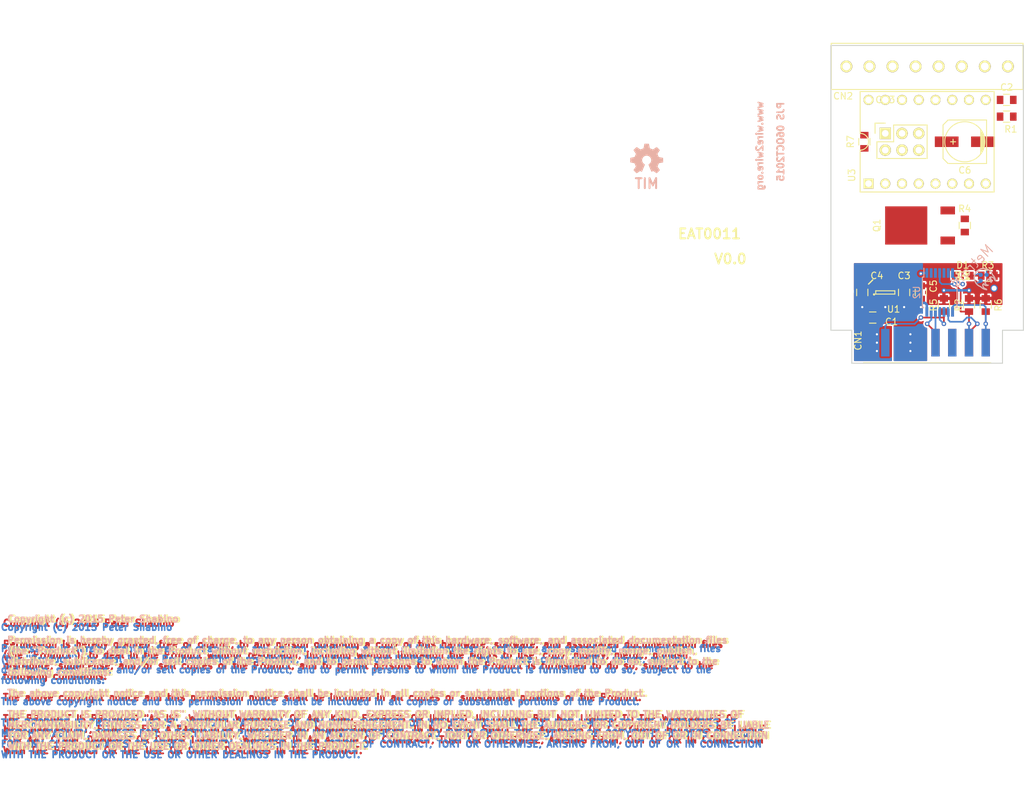
<source format=kicad_pcb>
(kicad_pcb (version 4) (host pcbnew "(2015-07-26 BZR 5996)-product")

  (general
    (links 66)
    (no_connects 33)
    (area 140.264999 86.924999 169.615001 135.275001)
    (thickness 1.6)
    (drawings 25)
    (tracks 118)
    (zones 0)
    (modules 23)
    (nets 31)
  )

  (page A4)
  (layers
    (0 F.Cu signal)
    (31 B.Cu signal)
    (32 B.Adhes user hide)
    (33 F.Adhes user hide)
    (34 B.Paste user hide)
    (35 F.Paste user hide)
    (36 B.SilkS user)
    (37 F.SilkS user)
    (38 B.Mask user hide)
    (39 F.Mask user)
    (40 Dwgs.User user)
    (41 Cmts.User user)
    (42 Eco1.User user)
    (43 Eco2.User user)
    (44 Edge.Cuts user)
    (45 Margin user)
    (46 B.CrtYd user hide)
    (47 F.CrtYd user)
    (48 B.Fab user hide)
    (49 F.Fab user)
  )

  (setup
    (last_trace_width 0.25)
    (user_trace_width 0.1778)
    (user_trace_width 0.254)
    (user_trace_width 0.3048)
    (user_trace_width 0.381)
    (user_trace_width 0.508)
    (user_trace_width 0.635)
    (user_trace_width 0.762)
    (user_trace_width 1.016)
    (user_trace_width 1.27)
    (user_trace_width 1.905)
    (user_trace_width 2.54)
    (trace_clearance 0.2)
    (zone_clearance 0.254)
    (zone_45_only no)
    (trace_min 0.1524)
    (segment_width 0.2)
    (edge_width 0.15)
    (via_size 0.6)
    (via_drill 0.4)
    (via_min_size 0.3302)
    (via_min_drill 0.3302)
    (user_via 0.6858 0.3302)
    (user_via 0.8636 0.508)
    (user_via 1.1176 0.762)
    (user_via 1.3716 1.016)
    (uvia_size 0.5842)
    (uvia_drill 0.3302)
    (uvias_allowed no)
    (uvia_min_size 0.508)
    (uvia_min_drill 0.127)
    (pcb_text_width 0.3)
    (pcb_text_size 1.5 1.5)
    (mod_edge_width 0.15)
    (mod_text_size 1.5 1.5)
    (mod_text_width 0.15)
    (pad_size 1.4 1.4)
    (pad_drill 0.6)
    (pad_to_mask_clearance 0.2)
    (aux_axis_origin 140.335 135.255)
    (visible_elements 7FFEFF1F)
    (pcbplotparams
      (layerselection 0x010f0_80000001)
      (usegerberextensions false)
      (excludeedgelayer true)
      (linewidth 0.100000)
      (plotframeref false)
      (viasonmask true)
      (mode 1)
      (useauxorigin false)
      (hpglpennumber 1)
      (hpglpenspeed 20)
      (hpglpendiameter 15)
      (hpglpenoverlay 2)
      (psnegative false)
      (psa4output false)
      (plotreference true)
      (plotvalue false)
      (plotinvisibletext false)
      (padsonsilk false)
      (subtractmaskfromsilk true)
      (outputformat 1)
      (mirror false)
      (drillshape 0)
      (scaleselection 1)
      (outputdirectory D:/cam_offload_cache/kicad/projects/FPD_bed_EAT0010/gerber/))
  )

  (net 0 "")
  (net 1 +12V)
  (net 2 GND)
  (net 3 Therm)
  (net 4 "Net-(C3-Pad1)")
  (net 5 +5V)
  (net 6 A0)
  (net 7 SDA)
  (net 8 SCL)
  (net 9 DIR)
  (net 10 STEP)
  (net 11 AIN)
  (net 12 DOUT)
  (net 13 ENABLE#)
  (net 14 A1)
  (net 15 Fet_gate)
  (net 16 Pwr_gnd)
  (net 17 "Net-(U2-Pad5)")
  (net 18 "Net-(U2-Pad6)")
  (net 19 LED)
  (net 20 "Net-(D1-Pad1)")
  (net 21 "Net-(U2-Pad10)")
  (net 22 "Net-(CN3-Pad2)")
  (net 23 "Net-(CN3-Pad4)")
  (net 24 "Net-(CN3-Pad6)")
  (net 25 Hotend_gnd)
  (net 26 X1B)
  (net 27 X1A)
  (net 28 X2A)
  (net 29 X2B)
  (net 30 "Net-(U3-Pad5)")

  (net_class Default "This is the default net class."
    (clearance 0.2)
    (trace_width 0.25)
    (via_dia 0.6)
    (via_drill 0.4)
    (uvia_dia 0.5842)
    (uvia_drill 0.3302)
    (add_net +12V)
    (add_net +5V)
    (add_net A0)
    (add_net A1)
    (add_net AIN)
    (add_net DIR)
    (add_net DOUT)
    (add_net ENABLE#)
    (add_net Fet_gate)
    (add_net GND)
    (add_net Hotend_gnd)
    (add_net LED)
    (add_net "Net-(C3-Pad1)")
    (add_net "Net-(CN3-Pad2)")
    (add_net "Net-(CN3-Pad4)")
    (add_net "Net-(CN3-Pad6)")
    (add_net "Net-(D1-Pad1)")
    (add_net "Net-(U2-Pad10)")
    (add_net "Net-(U2-Pad5)")
    (add_net "Net-(U2-Pad6)")
    (add_net "Net-(U3-Pad5)")
    (add_net Pwr_gnd)
    (add_net SCL)
    (add_net SDA)
    (add_net STEP)
    (add_net Therm)
    (add_net X1A)
    (add_net X1B)
    (add_net X2A)
    (add_net X2B)
  )

  (module Capacitors_SMD:C_0805 (layer F.Cu) (tedit 561470A0) (tstamp 5615CC67)
    (at 146.685 128.27 180)
    (descr "Capacitor SMD 0805, reflow soldering, AVX (see smccp.pdf)")
    (tags "capacitor 0805")
    (path /55BC3904)
    (zone_connect 1)
    (attr smd)
    (fp_text reference C1 (at -2.8575 -0.635 180) (layer F.SilkS)
      (effects (font (size 1 1) (thickness 0.15)))
    )
    (fp_text value 10uF (at 0 2.1 180) (layer F.Fab)
      (effects (font (size 1 1) (thickness 0.15)))
    )
    (fp_line (start -1.8 -1) (end 1.8 -1) (layer F.CrtYd) (width 0.05))
    (fp_line (start -1.8 1) (end 1.8 1) (layer F.CrtYd) (width 0.05))
    (fp_line (start -1.8 -1) (end -1.8 1) (layer F.CrtYd) (width 0.05))
    (fp_line (start 1.8 -1) (end 1.8 1) (layer F.CrtYd) (width 0.05))
    (fp_line (start 0.5 -0.85) (end -0.5 -0.85) (layer F.SilkS) (width 0.15))
    (fp_line (start -0.5 0.85) (end 0.5 0.85) (layer F.SilkS) (width 0.15))
    (pad 1 smd rect (at -1 0 180) (size 1 1.25) (layers F.Cu F.Paste F.Mask)
      (net 1 +12V) (zone_connect 1))
    (pad 2 smd rect (at 1 0 180) (size 1 1.25) (layers F.Cu F.Paste F.Mask)
      (net 2 GND) (zone_connect 1))
    (model Capacitors_SMD.3dshapes/C_0805.wrl
      (at (xyz 0 0 0))
      (scale (xyz 1 1 1))
      (rotate (xyz 0 0 0))
    )
  )

  (module Capacitors_SMD:C_0805 (layer F.Cu) (tedit 56147082) (tstamp 56146B96)
    (at 167.005 95.25 180)
    (descr "Capacitor SMD 0805, reflow soldering, AVX (see smccp.pdf)")
    (tags "capacitor 0805")
    (path /55B59A08)
    (attr smd)
    (fp_text reference C2 (at 0 1.905 180) (layer F.SilkS)
      (effects (font (size 1 1) (thickness 0.15)))
    )
    (fp_text value 10uF (at 0 2.1 180) (layer F.Fab)
      (effects (font (size 1 1) (thickness 0.15)))
    )
    (fp_line (start -1.8 -1) (end 1.8 -1) (layer F.CrtYd) (width 0.05))
    (fp_line (start -1.8 1) (end 1.8 1) (layer F.CrtYd) (width 0.05))
    (fp_line (start -1.8 -1) (end -1.8 1) (layer F.CrtYd) (width 0.05))
    (fp_line (start 1.8 -1) (end 1.8 1) (layer F.CrtYd) (width 0.05))
    (fp_line (start 0.5 -0.85) (end -0.5 -0.85) (layer F.SilkS) (width 0.15))
    (fp_line (start -0.5 0.85) (end 0.5 0.85) (layer F.SilkS) (width 0.15))
    (pad 1 smd rect (at -1 0 180) (size 1 1.25) (layers F.Cu F.Paste F.Mask)
      (net 3 Therm))
    (pad 2 smd rect (at 1 0 180) (size 1 1.25) (layers F.Cu F.Paste F.Mask)
      (net 2 GND))
    (model Capacitors_SMD.3dshapes/C_0805.wrl
      (at (xyz 0 0 0))
      (scale (xyz 1 1 1))
      (rotate (xyz 0 0 0))
    )
  )

  (module Capacitors_SMD:C_0805 (layer F.Cu) (tedit 561470AA) (tstamp 55BC463A)
    (at 151.4475 124.46 270)
    (descr "Capacitor SMD 0805, reflow soldering, AVX (see smccp.pdf)")
    (tags "capacitor 0805")
    (path /55B5703E)
    (attr smd)
    (fp_text reference C3 (at -2.54 0 360) (layer F.SilkS)
      (effects (font (size 1 1) (thickness 0.15)))
    )
    (fp_text value no_pop (at 0 2.1 270) (layer F.Fab)
      (effects (font (size 1 1) (thickness 0.15)))
    )
    (fp_line (start -1.8 -1) (end 1.8 -1) (layer F.CrtYd) (width 0.05))
    (fp_line (start -1.8 1) (end 1.8 1) (layer F.CrtYd) (width 0.05))
    (fp_line (start -1.8 -1) (end -1.8 1) (layer F.CrtYd) (width 0.05))
    (fp_line (start 1.8 -1) (end 1.8 1) (layer F.CrtYd) (width 0.05))
    (fp_line (start 0.5 -0.85) (end -0.5 -0.85) (layer F.SilkS) (width 0.15))
    (fp_line (start -0.5 0.85) (end 0.5 0.85) (layer F.SilkS) (width 0.15))
    (pad 1 smd rect (at -1 0 270) (size 1 1.25) (layers F.Cu F.Paste F.Mask)
      (net 4 "Net-(C3-Pad1)"))
    (pad 2 smd rect (at 1 0 270) (size 1 1.25) (layers F.Cu F.Paste F.Mask)
      (net 2 GND))
    (model Capacitors_SMD.3dshapes/C_0805.wrl
      (at (xyz 0 0 0))
      (scale (xyz 1 1 1))
      (rotate (xyz 0 0 0))
    )
  )

  (module Capacitors_SMD:C_0805 (layer F.Cu) (tedit 5615CF9B) (tstamp 5615CFCA)
    (at 145.0975 124.46 270)
    (descr "Capacitor SMD 0805, reflow soldering, AVX (see smccp.pdf)")
    (tags "capacitor 0805")
    (path /55B57221)
    (zone_connect 1)
    (attr smd)
    (fp_text reference C4 (at -2.54 -2.2225 360) (layer F.SilkS)
      (effects (font (size 1 1) (thickness 0.15)))
    )
    (fp_text value "1uF 10V" (at 0 2.1 270) (layer F.Fab)
      (effects (font (size 1 1) (thickness 0.15)))
    )
    (fp_line (start -1.8 -1) (end 1.8 -1) (layer F.CrtYd) (width 0.05))
    (fp_line (start -1.8 1) (end 1.8 1) (layer F.CrtYd) (width 0.05))
    (fp_line (start -1.8 -1) (end -1.8 1) (layer F.CrtYd) (width 0.05))
    (fp_line (start 1.8 -1) (end 1.8 1) (layer F.CrtYd) (width 0.05))
    (fp_line (start 0.5 -0.85) (end -0.5 -0.85) (layer F.SilkS) (width 0.15))
    (fp_line (start -0.5 0.85) (end 0.5 0.85) (layer F.SilkS) (width 0.15))
    (pad 1 smd rect (at -1 0 270) (size 1 1.25) (layers F.Cu F.Paste F.Mask)
      (net 5 +5V) (zone_connect 1))
    (pad 2 smd rect (at 1 0 270) (size 1 1.25) (layers F.Cu F.Paste F.Mask)
      (net 2 GND) (zone_connect 1))
    (model Capacitors_SMD.3dshapes/C_0805.wrl
      (at (xyz 0 0 0))
      (scale (xyz 1 1 1))
      (rotate (xyz 0 0 0))
    )
  )

  (module Capacitors_SMD:C_0805 (layer F.Cu) (tedit 561470CC) (tstamp 55BC4646)
    (at 153.9875 124.46 270)
    (descr "Capacitor SMD 0805, reflow soldering, AVX (see smccp.pdf)")
    (tags "capacitor 0805")
    (path /55B58585)
    (attr smd)
    (fp_text reference C5 (at -0.9525 -1.905 450) (layer F.SilkS)
      (effects (font (size 1 1) (thickness 0.15)))
    )
    (fp_text value 0.1uF (at 0 2.1 270) (layer F.Fab)
      (effects (font (size 1 1) (thickness 0.15)))
    )
    (fp_line (start -1.8 -1) (end 1.8 -1) (layer F.CrtYd) (width 0.05))
    (fp_line (start -1.8 1) (end 1.8 1) (layer F.CrtYd) (width 0.05))
    (fp_line (start -1.8 -1) (end -1.8 1) (layer F.CrtYd) (width 0.05))
    (fp_line (start 1.8 -1) (end 1.8 1) (layer F.CrtYd) (width 0.05))
    (fp_line (start 0.5 -0.85) (end -0.5 -0.85) (layer F.SilkS) (width 0.15))
    (fp_line (start -0.5 0.85) (end 0.5 0.85) (layer F.SilkS) (width 0.15))
    (pad 1 smd rect (at -1 0 270) (size 1 1.25) (layers F.Cu F.Paste F.Mask)
      (net 5 +5V))
    (pad 2 smd rect (at 1 0 270) (size 1 1.25) (layers F.Cu F.Paste F.Mask)
      (net 2 GND))
    (model Capacitors_SMD.3dshapes/C_0805.wrl
      (at (xyz 0 0 0))
      (scale (xyz 1 1 1))
      (rotate (xyz 0 0 0))
    )
  )

  (module PJS_smt_std:16pin_straddle_mount_100mil (layer F.Cu) (tedit 5614709B) (tstamp 55BC465A)
    (at 154.94 132.08)
    (tags "connector pin header straddle mount")
    (path /55B56078)
    (fp_text reference CN1 (at -10.4775 -0.3175 90) (layer F.SilkS)
      (effects (font (size 1 1) (thickness 0.15)))
    )
    (fp_text value CONN_02X08 (at 0 -4.572) (layer F.Fab)
      (effects (font (size 1 1) (thickness 0.15)))
    )
    (fp_line (start -9.652 3.048) (end 9.652 3.048) (layer F.SilkS) (width 0.15))
    (pad 1 smd rect (at -8.89 0) (size 1.27 4.191) (layers F.Cu F.Paste F.Mask)
      (net 2 GND))
    (pad 2 smd rect (at -8.89 0) (size 1.27 4.191) (layers B.Cu F.Paste F.Mask)
      (net 2 GND))
    (pad 3 smd rect (at -6.35 0) (size 1.27 4.191) (layers F.Cu F.Paste F.Mask)
      (net 2 GND))
    (pad 4 smd rect (at -6.35 0) (size 1.27 4.191) (layers B.Cu F.Paste F.Mask)
      (net 6 A0))
    (pad 5 smd rect (at -3.81 0) (size 1.27 4.191) (layers F.Cu F.Paste F.Mask)
      (net 1 +12V))
    (pad 6 smd rect (at -3.81 0) (size 1.27 4.191) (layers B.Cu F.Paste F.Mask)
      (net 1 +12V))
    (pad 7 smd rect (at -1.27 0) (size 1.27 4.191) (layers F.Cu F.Paste F.Mask)
      (net 1 +12V))
    (pad 8 smd rect (at -1.27 0) (size 1.27 4.191) (layers B.Cu F.Paste F.Mask)
      (net 1 +12V))
    (pad 9 smd rect (at 1.27 0) (size 1.27 4.191) (layers F.Cu F.Paste F.Mask)
      (net 7 SDA))
    (pad 10 smd rect (at 1.27 0) (size 1.27 4.191) (layers B.Cu F.Paste F.Mask)
      (net 8 SCL))
    (pad 11 smd rect (at 3.81 0) (size 1.27 4.191) (layers F.Cu F.Paste F.Mask)
      (net 9 DIR))
    (pad 12 smd rect (at 3.81 0) (size 1.27 4.191) (layers B.Cu F.Paste F.Mask)
      (net 10 STEP))
    (pad 13 smd rect (at 6.35 0) (size 1.27 4.191) (layers F.Cu F.Paste F.Mask)
      (net 11 AIN))
    (pad 14 smd rect (at 6.35 0) (size 1.27 4.191) (layers B.Cu F.Paste F.Mask)
      (net 12 DOUT))
    (pad 15 smd rect (at 8.89 0) (size 1.27 4.191) (layers F.Cu F.Paste F.Mask)
      (net 13 ENABLE#))
    (pad 16 smd rect (at 8.89 0) (size 1.27 4.191) (layers B.Cu F.Paste F.Mask)
      (net 14 A1))
  )

  (module LEDs:LED-0805 (layer F.Cu) (tedit 561470D8) (tstamp 55BC4673)
    (at 160.3375 121.92 180)
    (descr "LED 0805 smd package")
    (tags "LED 0805 SMD")
    (path /55BC27A4)
    (attr smd)
    (fp_text reference D1 (at 0 1.5875 180) (layer F.SilkS)
      (effects (font (size 1 1) (thickness 0.15)))
    )
    (fp_text value Red (at 0 1.27 180) (layer F.Fab)
      (effects (font (size 1 1) (thickness 0.15)))
    )
    (fp_line (start -0.49784 0.29972) (end -0.49784 0.62484) (layer F.SilkS) (width 0.15))
    (fp_line (start -0.49784 0.62484) (end -0.99822 0.62484) (layer F.SilkS) (width 0.15))
    (fp_line (start -0.99822 0.29972) (end -0.99822 0.62484) (layer F.SilkS) (width 0.15))
    (fp_line (start -0.49784 0.29972) (end -0.99822 0.29972) (layer F.SilkS) (width 0.15))
    (fp_line (start -0.49784 -0.32258) (end -0.49784 -0.17272) (layer F.SilkS) (width 0.15))
    (fp_line (start -0.49784 -0.17272) (end -0.7493 -0.17272) (layer F.SilkS) (width 0.15))
    (fp_line (start -0.7493 -0.32258) (end -0.7493 -0.17272) (layer F.SilkS) (width 0.15))
    (fp_line (start -0.49784 -0.32258) (end -0.7493 -0.32258) (layer F.SilkS) (width 0.15))
    (fp_line (start -0.49784 0.17272) (end -0.49784 0.32258) (layer F.SilkS) (width 0.15))
    (fp_line (start -0.49784 0.32258) (end -0.7493 0.32258) (layer F.SilkS) (width 0.15))
    (fp_line (start -0.7493 0.17272) (end -0.7493 0.32258) (layer F.SilkS) (width 0.15))
    (fp_line (start -0.49784 0.17272) (end -0.7493 0.17272) (layer F.SilkS) (width 0.15))
    (fp_line (start -0.49784 -0.19812) (end -0.49784 0.19812) (layer F.SilkS) (width 0.15))
    (fp_line (start -0.49784 0.19812) (end -0.6731 0.19812) (layer F.SilkS) (width 0.15))
    (fp_line (start -0.6731 -0.19812) (end -0.6731 0.19812) (layer F.SilkS) (width 0.15))
    (fp_line (start -0.49784 -0.19812) (end -0.6731 -0.19812) (layer F.SilkS) (width 0.15))
    (fp_line (start 0.99822 0.29972) (end 0.99822 0.62484) (layer F.SilkS) (width 0.15))
    (fp_line (start 0.99822 0.62484) (end 0.49784 0.62484) (layer F.SilkS) (width 0.15))
    (fp_line (start 0.49784 0.29972) (end 0.49784 0.62484) (layer F.SilkS) (width 0.15))
    (fp_line (start 0.99822 0.29972) (end 0.49784 0.29972) (layer F.SilkS) (width 0.15))
    (fp_line (start 0.99822 -0.62484) (end 0.99822 -0.29972) (layer F.SilkS) (width 0.15))
    (fp_line (start 0.99822 -0.29972) (end 0.49784 -0.29972) (layer F.SilkS) (width 0.15))
    (fp_line (start 0.49784 -0.62484) (end 0.49784 -0.29972) (layer F.SilkS) (width 0.15))
    (fp_line (start 0.99822 -0.62484) (end 0.49784 -0.62484) (layer F.SilkS) (width 0.15))
    (fp_line (start 0.7493 0.17272) (end 0.7493 0.32258) (layer F.SilkS) (width 0.15))
    (fp_line (start 0.7493 0.32258) (end 0.49784 0.32258) (layer F.SilkS) (width 0.15))
    (fp_line (start 0.49784 0.17272) (end 0.49784 0.32258) (layer F.SilkS) (width 0.15))
    (fp_line (start 0.7493 0.17272) (end 0.49784 0.17272) (layer F.SilkS) (width 0.15))
    (fp_line (start 0.7493 -0.32258) (end 0.7493 -0.17272) (layer F.SilkS) (width 0.15))
    (fp_line (start 0.7493 -0.17272) (end 0.49784 -0.17272) (layer F.SilkS) (width 0.15))
    (fp_line (start 0.49784 -0.32258) (end 0.49784 -0.17272) (layer F.SilkS) (width 0.15))
    (fp_line (start 0.7493 -0.32258) (end 0.49784 -0.32258) (layer F.SilkS) (width 0.15))
    (fp_line (start 0.6731 -0.19812) (end 0.6731 0.19812) (layer F.SilkS) (width 0.15))
    (fp_line (start 0.6731 0.19812) (end 0.49784 0.19812) (layer F.SilkS) (width 0.15))
    (fp_line (start 0.49784 -0.19812) (end 0.49784 0.19812) (layer F.SilkS) (width 0.15))
    (fp_line (start 0.6731 -0.19812) (end 0.49784 -0.19812) (layer F.SilkS) (width 0.15))
    (fp_line (start 0 -0.09906) (end 0 0.09906) (layer F.SilkS) (width 0.15))
    (fp_line (start 0 0.09906) (end -0.19812 0.09906) (layer F.SilkS) (width 0.15))
    (fp_line (start -0.19812 -0.09906) (end -0.19812 0.09906) (layer F.SilkS) (width 0.15))
    (fp_line (start 0 -0.09906) (end -0.19812 -0.09906) (layer F.SilkS) (width 0.15))
    (fp_line (start -0.49784 -0.59944) (end -0.49784 -0.29972) (layer F.SilkS) (width 0.15))
    (fp_line (start -0.49784 -0.29972) (end -0.79756 -0.29972) (layer F.SilkS) (width 0.15))
    (fp_line (start -0.79756 -0.59944) (end -0.79756 -0.29972) (layer F.SilkS) (width 0.15))
    (fp_line (start -0.49784 -0.59944) (end -0.79756 -0.59944) (layer F.SilkS) (width 0.15))
    (fp_line (start -0.92456 -0.62484) (end -0.92456 -0.39878) (layer F.SilkS) (width 0.15))
    (fp_line (start -0.92456 -0.39878) (end -0.99822 -0.39878) (layer F.SilkS) (width 0.15))
    (fp_line (start -0.99822 -0.62484) (end -0.99822 -0.39878) (layer F.SilkS) (width 0.15))
    (fp_line (start -0.92456 -0.62484) (end -0.99822 -0.62484) (layer F.SilkS) (width 0.15))
    (fp_line (start -0.52324 0.57404) (end 0.52324 0.57404) (layer F.SilkS) (width 0.15))
    (fp_line (start 0.49784 -0.57404) (end -0.92456 -0.57404) (layer F.SilkS) (width 0.15))
    (fp_circle (center -0.84836 -0.44958) (end -0.89916 -0.50038) (layer F.SilkS) (width 0.15))
    (fp_arc (start -0.99822 0) (end -0.99822 0.34798) (angle -180) (layer F.SilkS) (width 0.15))
    (fp_arc (start 0.99822 0) (end 0.99822 -0.34798) (angle -180) (layer F.SilkS) (width 0.15))
    (pad 2 smd rect (at 1.04902 0) (size 1.19888 1.19888) (layers F.Cu F.Paste F.Mask)
      (net 19 LED))
    (pad 1 smd rect (at -1.04902 0) (size 1.19888 1.19888) (layers F.Cu F.Paste F.Mask)
      (net 20 "Net-(D1-Pad1)"))
  )

  (module PJS-icons:metroid (layer B.Cu) (tedit 56147286) (tstamp 561472EE)
    (at 163.5125 122.2375 225)
    (path /55BC211C)
    (fp_text reference icon1 (at -9.2075 -1.27 225) (layer B.SilkS) hide
      (effects (font (size 1.5 1.5) (thickness 0.15)) (justify mirror))
    )
    (fp_text value Metroid (at 0 2.54 225) (layer B.SilkS)
      (effects (font (size 1.5 1.5) (thickness 0.15)) (justify mirror))
    )
    (fp_arc (start 1.260669 -0.027866) (end 1.1176 0.0762) (angle -82.9) (layer B.Cu) (width 0.1778))
    (fp_arc (start 0.839684 0.269991) (end 1.1176 0.0762) (angle -92.3) (layer B.Cu) (width 0.1778))
    (fp_arc (start 0 0) (end -1.27 -0.635) (angle -233.1) (layer B.Cu) (width 0.1778))
    (fp_arc (start 0.038519 -0.727991) (end -1.27 -0.635) (angle 45) (layer B.Cu) (width 0.1778))
    (fp_arc (start -0.47625 -1.11125) (end -0.79375 -0.635) (angle 90) (layer B.Cu) (width 0.1778))
    (fp_line (start -0.9525 -1.5875) (end -0.9525 -1.42875) (layer B.Cu) (width 0.1778))
    (fp_line (start -0.79375 -0.635) (end -0.635 -0.635) (layer B.Cu) (width 0.1778))
    (fp_arc (start -0.15748 -0.79375) (end -0.635 -0.635) (angle 90) (layer B.Cu) (width 0.1778))
    (fp_arc (start 0 -0.9525) (end -0.3175 -0.635) (angle 90) (layer B.Cu) (width 0.1778))
    (fp_arc (start 0 0.317497) (end 0.3175 -0.635) (angle -36.9) (layer B.Cu) (width 0.1778))
    (fp_arc (start 0 -0.9525) (end 0.3175 -0.635) (angle -90) (layer B.Cu) (width 0.1778))
    (fp_arc (start 0.15748 -0.79375) (end 0.635 -0.635) (angle -90) (layer B.Cu) (width 0.1778))
    (fp_line (start 0.79375 -0.635) (end 0.635 -0.635) (layer B.Cu) (width 0.1778))
    (fp_line (start 0.9525 -1.5875) (end 0.9525 -1.42875) (layer B.Cu) (width 0.1778))
    (fp_arc (start 0.47625 -1.11125) (end 0.79375 -0.635) (angle -90) (layer B.Cu) (width 0.1778))
    (fp_arc (start -0.038519 -0.727991) (end 1.27 -0.635) (angle -45) (layer B.Cu) (width 0.1778))
    (fp_arc (start -0.038519 -0.727991) (end 1.27 -0.635) (angle -45) (layer B.SilkS) (width 0.1778))
    (fp_arc (start 0.47625 -1.11125) (end 0.79375 -0.635) (angle -90) (layer B.SilkS) (width 0.1778))
    (fp_line (start 0.9525 -1.5875) (end 0.9525 -1.42875) (layer B.SilkS) (width 0.1778))
    (fp_line (start 0.79375 -0.635) (end 0.635 -0.635) (layer B.SilkS) (width 0.1778))
    (fp_arc (start 0.15748 -0.79375) (end 0.635 -0.635) (angle -90) (layer B.SilkS) (width 0.1778))
    (fp_arc (start 0 -0.9525) (end 0.3175 -0.635) (angle -90) (layer B.SilkS) (width 0.1778))
    (fp_arc (start 0 0.317497) (end 0.3175 -0.635) (angle -36.9) (layer B.SilkS) (width 0.1778))
    (fp_arc (start 0 -0.9525) (end -0.3175 -0.635) (angle 90) (layer B.SilkS) (width 0.1778))
    (fp_arc (start -0.15748 -0.79375) (end -0.635 -0.635) (angle 90) (layer B.SilkS) (width 0.1778))
    (fp_line (start -0.79375 -0.635) (end -0.635 -0.635) (layer B.SilkS) (width 0.1778))
    (fp_line (start -0.9525 -1.5875) (end -0.9525 -1.42875) (layer B.SilkS) (width 0.1778))
    (fp_arc (start -0.47625 -1.11125) (end -0.79375 -0.635) (angle 90) (layer B.SilkS) (width 0.1778))
    (fp_arc (start 0.038519 -0.727991) (end -1.27 -0.635) (angle 45) (layer B.SilkS) (width 0.1778))
    (fp_arc (start 0.254 1.3208) (end 0.508 1.3208) (angle -90) (layer B.Cu) (width 0.1778))
    (fp_arc (start 0.2286 0.8382) (end 0 0.8636) (angle -90) (layer B.Cu) (width 0.1778))
    (fp_arc (start -1.1684 -0.0254) (end -1.27 0.4064) (angle -90) (layer B.Cu) (width 0.1778))
    (fp_arc (start 0 0) (end -1.27 -0.635) (angle -233.1) (layer B.SilkS) (width 0.1778))
    (pad "" smd circle (at -0.635 0 225) (size 0.635 0.635) (layers B.Cu B.Paste B.Mask))
    (pad "" smd circle (at 0.635 0 225) (size 0.635 0.635) (layers B.Cu B.Paste B.Mask))
    (pad "" smd circle (at 0 0.635 225) (size 0.635 0.635) (layers B.Cu B.Paste B.Mask))
  )

  (module Capacitors_SMD:C_0805 (layer F.Cu) (tedit 5615CFD5) (tstamp 5615CFD7)
    (at 167.005 97.79)
    (descr "Capacitor SMD 0805, reflow soldering, AVX (see smccp.pdf)")
    (tags "capacitor 0805")
    (path /55B5995C)
    (attr smd)
    (fp_text reference R1 (at 0.635 1.905) (layer F.SilkS)
      (effects (font (size 1 1) (thickness 0.15)))
    )
    (fp_text value "4.7k 1%" (at 0 2.1) (layer F.Fab)
      (effects (font (size 1 1) (thickness 0.15)))
    )
    (fp_line (start -1.8 -1) (end 1.8 -1) (layer F.CrtYd) (width 0.05))
    (fp_line (start -1.8 1) (end 1.8 1) (layer F.CrtYd) (width 0.05))
    (fp_line (start -1.8 -1) (end -1.8 1) (layer F.CrtYd) (width 0.05))
    (fp_line (start 1.8 -1) (end 1.8 1) (layer F.CrtYd) (width 0.05))
    (fp_line (start 0.5 -0.85) (end -0.5 -0.85) (layer F.SilkS) (width 0.15))
    (fp_line (start -0.5 0.85) (end 0.5 0.85) (layer F.SilkS) (width 0.15))
    (pad 1 smd rect (at -1 0) (size 1 1.25) (layers F.Cu F.Paste F.Mask)
      (net 5 +5V))
    (pad 2 smd rect (at 1 0) (size 1 1.25) (layers F.Cu F.Paste F.Mask)
      (net 3 Therm))
    (model Capacitors_SMD.3dshapes/C_0805.wrl
      (at (xyz 0 0 0))
      (scale (xyz 1 1 1))
      (rotate (xyz 0 0 0))
    )
  )

  (module Capacitors_SMD:C_0805 (layer F.Cu) (tedit 561470DC) (tstamp 55BD9074)
    (at 164.1475 121.92 180)
    (descr "Capacitor SMD 0805, reflow soldering, AVX (see smccp.pdf)")
    (tags "capacitor 0805")
    (path /55BC2814)
    (attr smd)
    (fp_text reference R3 (at 0 1.5875 180) (layer F.SilkS)
      (effects (font (size 1 1) (thickness 0.15)))
    )
    (fp_text value 1k (at 0 2.1 180) (layer F.Fab)
      (effects (font (size 1 1) (thickness 0.15)))
    )
    (fp_line (start -1.8 -1) (end 1.8 -1) (layer F.CrtYd) (width 0.05))
    (fp_line (start -1.8 1) (end 1.8 1) (layer F.CrtYd) (width 0.05))
    (fp_line (start -1.8 -1) (end -1.8 1) (layer F.CrtYd) (width 0.05))
    (fp_line (start 1.8 -1) (end 1.8 1) (layer F.CrtYd) (width 0.05))
    (fp_line (start 0.5 -0.85) (end -0.5 -0.85) (layer F.SilkS) (width 0.15))
    (fp_line (start -0.5 0.85) (end 0.5 0.85) (layer F.SilkS) (width 0.15))
    (pad 1 smd rect (at -1 0 180) (size 1 1.25) (layers F.Cu F.Paste F.Mask)
      (net 5 +5V))
    (pad 2 smd rect (at 1 0 180) (size 1 1.25) (layers F.Cu F.Paste F.Mask)
      (net 20 "Net-(D1-Pad1)"))
    (model Capacitors_SMD.3dshapes/C_0805.wrl
      (at (xyz 0 0 0))
      (scale (xyz 1 1 1))
      (rotate (xyz 0 0 0))
    )
  )

  (module Capacitors_SMD:C_0805 (layer F.Cu) (tedit 5614755A) (tstamp 55BC469F)
    (at 160.655 114.3 90)
    (descr "Capacitor SMD 0805, reflow soldering, AVX (see smccp.pdf)")
    (tags "capacitor 0805")
    (path /55BC2447)
    (zone_connect 1)
    (attr smd)
    (fp_text reference R4 (at 2.54 -0.0175 360) (layer F.SilkS)
      (effects (font (size 1 1) (thickness 0.15)))
    )
    (fp_text value 10k (at 0 2.1 90) (layer F.Fab)
      (effects (font (size 1 1) (thickness 0.15)))
    )
    (fp_line (start -1.8 -1) (end 1.8 -1) (layer F.CrtYd) (width 0.05))
    (fp_line (start -1.8 1) (end 1.8 1) (layer F.CrtYd) (width 0.05))
    (fp_line (start -1.8 -1) (end -1.8 1) (layer F.CrtYd) (width 0.05))
    (fp_line (start 1.8 -1) (end 1.8 1) (layer F.CrtYd) (width 0.05))
    (fp_line (start 0.5 -0.85) (end -0.5 -0.85) (layer F.SilkS) (width 0.15))
    (fp_line (start -0.5 0.85) (end 0.5 0.85) (layer F.SilkS) (width 0.15))
    (pad 1 smd rect (at -1 0 90) (size 1 1.25) (layers F.Cu F.Paste F.Mask)
      (net 15 Fet_gate) (zone_connect 1))
    (pad 2 smd rect (at 1 0 90) (size 1 1.25) (layers F.Cu F.Paste F.Mask)
      (net 16 Pwr_gnd) (zone_connect 1))
    (model Capacitors_SMD.3dshapes/C_0805.wrl
      (at (xyz 0 0 0))
      (scale (xyz 1 1 1))
      (rotate (xyz 0 0 0))
    )
  )

  (module Housings_SOT-23_SOT-143_TSOT-6:SOT-23-5 (layer F.Cu) (tedit 5615CFCF) (tstamp 55BC46B4)
    (at 148.59 124.46 90)
    (descr "5-pin SOT23 package")
    (tags SOT-23-5)
    (path /55B56ECB)
    (attr smd)
    (fp_text reference U1 (at -2.54 1.27 180) (layer F.SilkS)
      (effects (font (size 1 1) (thickness 0.15)))
    )
    (fp_text value MIC5205-5.0MB5 (at -0.05 2.35 90) (layer F.Fab)
      (effects (font (size 1 1) (thickness 0.15)))
    )
    (fp_line (start -1.8 -1.6) (end 1.8 -1.6) (layer F.CrtYd) (width 0.05))
    (fp_line (start 1.8 -1.6) (end 1.8 1.6) (layer F.CrtYd) (width 0.05))
    (fp_line (start 1.8 1.6) (end -1.8 1.6) (layer F.CrtYd) (width 0.05))
    (fp_line (start -1.8 1.6) (end -1.8 -1.6) (layer F.CrtYd) (width 0.05))
    (fp_circle (center -0.3 -1.7) (end -0.2 -1.7) (layer F.SilkS) (width 0.15))
    (fp_line (start 0.25 -1.45) (end -0.25 -1.45) (layer F.SilkS) (width 0.15))
    (fp_line (start 0.25 1.45) (end 0.25 -1.45) (layer F.SilkS) (width 0.15))
    (fp_line (start -0.25 1.45) (end 0.25 1.45) (layer F.SilkS) (width 0.15))
    (fp_line (start -0.25 -1.45) (end -0.25 1.45) (layer F.SilkS) (width 0.15))
    (pad 1 smd rect (at -1.1 -0.95 90) (size 1.06 0.65) (layers F.Cu F.Paste F.Mask)
      (net 1 +12V))
    (pad 2 smd rect (at -1.1 0 90) (size 1.06 0.65) (layers F.Cu F.Paste F.Mask)
      (net 2 GND))
    (pad 3 smd rect (at -1.1 0.95 90) (size 1.06 0.65) (layers F.Cu F.Paste F.Mask)
      (net 1 +12V))
    (pad 4 smd rect (at 1.1 0.95 90) (size 1.06 0.65) (layers F.Cu F.Paste F.Mask)
      (net 4 "Net-(C3-Pad1)"))
    (pad 5 smd rect (at 1.1 -0.95 90) (size 1.06 0.65) (layers F.Cu F.Paste F.Mask)
      (net 5 +5V))
    (model Housings_SOT-23_SOT-143_TSOT-6.3dshapes/SOT-23-5.wrl
      (at (xyz 0 0 0))
      (scale (xyz 0.11 0.11 0.11))
      (rotate (xyz 0 0 90))
    )
  )

  (module Housings_SSOP:TSSOP-14_4.4x5mm_Pitch0.65mm (layer B.Cu) (tedit 561472D7) (tstamp 55BC83F8)
    (at 156.845 124.46 270)
    (descr "14-Lead Plastic Thin Shrink Small Outline (ST)-4.4 mm Body [TSSOP] (see Microchip Packaging Specification 00000049BS.pdf)")
    (tags "SSOP 0.65")
    (path /55B5780B)
    (attr smd)
    (fp_text reference U2 (at 0 3.4925 270) (layer B.SilkS)
      (effects (font (size 1 1) (thickness 0.15)) (justify mirror))
    )
    (fp_text value PIC16F1704 (at 0 -3.55 270) (layer B.Fab)
      (effects (font (size 1 1) (thickness 0.15)) (justify mirror))
    )
    (fp_line (start -3.95 2.8) (end -3.95 -2.8) (layer B.CrtYd) (width 0.05))
    (fp_line (start 3.95 2.8) (end 3.95 -2.8) (layer B.CrtYd) (width 0.05))
    (fp_line (start -3.95 2.8) (end 3.95 2.8) (layer B.CrtYd) (width 0.05))
    (fp_line (start -3.95 -2.8) (end 3.95 -2.8) (layer B.CrtYd) (width 0.05))
    (fp_line (start -2.325 2.625) (end -2.325 2.4) (layer B.SilkS) (width 0.15))
    (fp_line (start 2.325 2.625) (end 2.325 2.4) (layer B.SilkS) (width 0.15))
    (fp_line (start 2.325 -2.625) (end 2.325 -2.4) (layer B.SilkS) (width 0.15))
    (fp_line (start -2.325 -2.625) (end -2.325 -2.4) (layer B.SilkS) (width 0.15))
    (fp_line (start -2.325 2.625) (end 2.325 2.625) (layer B.SilkS) (width 0.15))
    (fp_line (start -2.325 -2.625) (end 2.325 -2.625) (layer B.SilkS) (width 0.15))
    (fp_line (start -2.325 2.4) (end -3.675 2.4) (layer B.SilkS) (width 0.15))
    (pad 1 smd rect (at -2.95 1.95 270) (size 1.45 0.45) (layers B.Cu B.Paste B.Mask)
      (net 5 +5V))
    (pad 2 smd rect (at -2.95 1.3 270) (size 1.45 0.45) (layers B.Cu B.Paste B.Mask)
      (net 15 Fet_gate))
    (pad 3 smd rect (at -2.95 0.65 270) (size 1.45 0.45) (layers B.Cu B.Paste B.Mask)
      (net 3 Therm))
    (pad 4 smd rect (at -2.95 0 270) (size 1.45 0.45) (layers B.Cu B.Paste B.Mask)
      (net 12 DOUT))
    (pad 5 smd rect (at -2.95 -0.65 270) (size 1.45 0.45) (layers B.Cu B.Paste B.Mask)
      (net 17 "Net-(U2-Pad5)"))
    (pad 6 smd rect (at -2.95 -1.3 270) (size 1.45 0.45) (layers B.Cu B.Paste B.Mask)
      (net 18 "Net-(U2-Pad6)"))
    (pad 7 smd rect (at -2.95 -1.95 270) (size 1.45 0.45) (layers B.Cu B.Paste B.Mask)
      (net 19 LED))
    (pad 8 smd rect (at 2.95 -1.95 270) (size 1.45 0.45) (layers B.Cu B.Paste B.Mask)
      (net 14 A1))
    (pad 9 smd rect (at 2.95 -1.3 270) (size 1.45 0.45) (layers B.Cu B.Paste B.Mask)
      (net 11 AIN))
    (pad 10 smd rect (at 2.95 -0.65 270) (size 1.45 0.45) (layers B.Cu B.Paste B.Mask)
      (net 21 "Net-(U2-Pad10)"))
    (pad 11 smd rect (at 2.95 0 270) (size 1.45 0.45) (layers B.Cu B.Paste B.Mask)
      (net 6 A0))
    (pad 12 smd rect (at 2.95 0.65 270) (size 1.45 0.45) (layers B.Cu B.Paste B.Mask)
      (net 8 SCL))
    (pad 13 smd rect (at 2.95 1.3 270) (size 1.45 0.45) (layers B.Cu B.Paste B.Mask)
      (net 7 SDA))
    (pad 14 smd rect (at 2.95 1.95 270) (size 1.45 0.45) (layers B.Cu B.Paste B.Mask)
      (net 2 GND))
    (model Housings_SSOP.3dshapes/TSSOP-14_4.4x5mm_Pitch0.65mm.wrl
      (at (xyz 0 0 0))
      (scale (xyz 1 1 1))
      (rotate (xyz 0 0 0))
    )
  )

  (module Capacitors_SMD:C_0805 (layer F.Cu) (tedit 561470E1) (tstamp 55BD88AC)
    (at 161.29 126.365 270)
    (descr "Capacitor SMD 0805, reflow soldering, AVX (see smccp.pdf)")
    (tags "capacitor 0805")
    (path /55B57E1F)
    (attr smd)
    (fp_text reference R2 (at 0 1.5875 270) (layer F.SilkS)
      (effects (font (size 1 1) (thickness 0.15)))
    )
    (fp_text value no_pop (at 0 2.1 270) (layer F.Fab)
      (effects (font (size 1 1) (thickness 0.15)))
    )
    (fp_line (start -1.8 -1) (end 1.8 -1) (layer F.CrtYd) (width 0.05))
    (fp_line (start -1.8 1) (end 1.8 1) (layer F.CrtYd) (width 0.05))
    (fp_line (start -1.8 -1) (end -1.8 1) (layer F.CrtYd) (width 0.05))
    (fp_line (start 1.8 -1) (end 1.8 1) (layer F.CrtYd) (width 0.05))
    (fp_line (start 0.5 -0.85) (end -0.5 -0.85) (layer F.SilkS) (width 0.15))
    (fp_line (start -0.5 0.85) (end 0.5 0.85) (layer F.SilkS) (width 0.15))
    (pad 1 smd rect (at -1 0 270) (size 1 1.25) (layers F.Cu F.Paste F.Mask)
      (net 5 +5V))
    (pad 2 smd rect (at 1 0 270) (size 1 1.25) (layers F.Cu F.Paste F.Mask)
      (net 12 DOUT))
    (model Capacitors_SMD.3dshapes/C_0805.wrl
      (at (xyz 0 0 0))
      (scale (xyz 1 1 1))
      (rotate (xyz 0 0 0))
    )
  )

  (module Capacitors_SMD:C_0805 (layer F.Cu) (tedit 561470D1) (tstamp 55BD852C)
    (at 157.48 126.365 270)
    (descr "Capacitor SMD 0805, reflow soldering, AVX (see smccp.pdf)")
    (tags "capacitor 0805")
    (path /55BC857F)
    (attr smd)
    (fp_text reference R5 (at 0 1.5875 270) (layer F.SilkS)
      (effects (font (size 1 1) (thickness 0.15)))
    )
    (fp_text value 10k (at 0 2.1 270) (layer F.Fab)
      (effects (font (size 1 1) (thickness 0.15)))
    )
    (fp_line (start -1.8 -1) (end 1.8 -1) (layer F.CrtYd) (width 0.05))
    (fp_line (start -1.8 1) (end 1.8 1) (layer F.CrtYd) (width 0.05))
    (fp_line (start -1.8 -1) (end -1.8 1) (layer F.CrtYd) (width 0.05))
    (fp_line (start 1.8 -1) (end 1.8 1) (layer F.CrtYd) (width 0.05))
    (fp_line (start 0.5 -0.85) (end -0.5 -0.85) (layer F.SilkS) (width 0.15))
    (fp_line (start -0.5 0.85) (end 0.5 0.85) (layer F.SilkS) (width 0.15))
    (pad 1 smd rect (at -1 0 270) (size 1 1.25) (layers F.Cu F.Paste F.Mask)
      (net 5 +5V))
    (pad 2 smd rect (at 1 0 270) (size 1 1.25) (layers F.Cu F.Paste F.Mask)
      (net 6 A0))
    (model Capacitors_SMD.3dshapes/C_0805.wrl
      (at (xyz 0 0 0))
      (scale (xyz 1 1 1))
      (rotate (xyz 0 0 0))
    )
  )

  (module Capacitors_SMD:C_0805 (layer F.Cu) (tedit 561470E6) (tstamp 55BD9081)
    (at 163.83 126.365 270)
    (descr "Capacitor SMD 0805, reflow soldering, AVX (see smccp.pdf)")
    (tags "capacitor 0805")
    (path /55BC8529)
    (attr smd)
    (fp_text reference R6 (at 0 -1.905 270) (layer F.SilkS)
      (effects (font (size 1 1) (thickness 0.15)))
    )
    (fp_text value 10k (at 0 2.1 270) (layer F.Fab)
      (effects (font (size 1 1) (thickness 0.15)))
    )
    (fp_line (start -1.8 -1) (end 1.8 -1) (layer F.CrtYd) (width 0.05))
    (fp_line (start -1.8 1) (end 1.8 1) (layer F.CrtYd) (width 0.05))
    (fp_line (start -1.8 -1) (end -1.8 1) (layer F.CrtYd) (width 0.05))
    (fp_line (start 1.8 -1) (end 1.8 1) (layer F.CrtYd) (width 0.05))
    (fp_line (start 0.5 -0.85) (end -0.5 -0.85) (layer F.SilkS) (width 0.15))
    (fp_line (start -0.5 0.85) (end 0.5 0.85) (layer F.SilkS) (width 0.15))
    (pad 1 smd rect (at -1 0 270) (size 1 1.25) (layers F.Cu F.Paste F.Mask)
      (net 5 +5V))
    (pad 2 smd rect (at 1 0 270) (size 1 1.25) (layers F.Cu F.Paste F.Mask)
      (net 14 A1))
    (model Capacitors_SMD.3dshapes/C_0805.wrl
      (at (xyz 0 0 0))
      (scale (xyz 1 1 1))
      (rotate (xyz 0 0 0))
    )
  )

  (module PJS-icons:OSH4mm (layer B.Cu) (tedit 0) (tstamp 56147B86)
    (at 112.395 104.14 180)
    (fp_text reference ICON*** (at 0 -2.65176 180) (layer B.SilkS) hide
      (effects (font (size 0.22606 0.22606) (thickness 0.04318)) (justify mirror))
    )
    (fp_text value OSH (at 0 2.65176 180) (layer B.SilkS) hide
      (effects (font (size 0.22606 0.22606) (thickness 0.04318)) (justify mirror))
    )
    (fp_poly (pts (xy -1.51384 -2.24536) (xy -1.48844 -2.23012) (xy -1.43002 -2.19456) (xy -1.3462 -2.13868)
      (xy -1.24714 -2.07264) (xy -1.14808 -2.0066) (xy -1.0668 -1.95326) (xy -1.01092 -1.91516)
      (xy -0.98552 -1.90246) (xy -0.97282 -1.90754) (xy -0.9271 -1.9304) (xy -0.85852 -1.96596)
      (xy -0.81788 -1.98628) (xy -0.75692 -2.01168) (xy -0.7239 -2.0193) (xy -0.71882 -2.00914)
      (xy -0.69596 -1.96088) (xy -0.6604 -1.8796) (xy -0.61468 -1.77038) (xy -0.5588 -1.64338)
      (xy -0.50292 -1.50876) (xy -0.4445 -1.36906) (xy -0.38862 -1.23444) (xy -0.34036 -1.11506)
      (xy -0.29972 -1.01854) (xy -0.27432 -0.94996) (xy -0.26416 -0.92202) (xy -0.2667 -0.9144)
      (xy -0.29972 -0.88392) (xy -0.35306 -0.84328) (xy -0.47244 -0.74676) (xy -0.58928 -0.60198)
      (xy -0.6604 -0.43688) (xy -0.68326 -0.25146) (xy -0.66294 -0.08128) (xy -0.5969 0.08128)
      (xy -0.4826 0.2286) (xy -0.3429 0.33782) (xy -0.18034 0.4064) (xy 0 0.42926)
      (xy 0.17272 0.40894) (xy 0.34036 0.3429) (xy 0.48768 0.23114) (xy 0.55118 0.16002)
      (xy 0.63754 0.01016) (xy 0.6858 -0.14732) (xy 0.69088 -0.18796) (xy 0.68326 -0.36322)
      (xy 0.63246 -0.5334) (xy 0.53848 -0.68326) (xy 0.40894 -0.80772) (xy 0.3937 -0.81788)
      (xy 0.33528 -0.8636) (xy 0.29464 -0.89408) (xy 0.26416 -0.91948) (xy 0.48768 -1.45796)
      (xy 0.52324 -1.54178) (xy 0.5842 -1.6891) (xy 0.63754 -1.8161) (xy 0.68072 -1.9177)
      (xy 0.7112 -1.98374) (xy 0.7239 -2.01168) (xy 0.7239 -2.01422) (xy 0.74422 -2.01676)
      (xy 0.78486 -2.00152) (xy 0.86106 -1.96596) (xy 0.90932 -1.94056) (xy 0.96774 -1.91262)
      (xy 0.99314 -1.90246) (xy 1.016 -1.91516) (xy 1.06934 -1.95072) (xy 1.15062 -2.00406)
      (xy 1.24714 -2.06756) (xy 1.33858 -2.13106) (xy 1.4224 -2.18694) (xy 1.48336 -2.22504)
      (xy 1.51384 -2.24282) (xy 1.51892 -2.24282) (xy 1.54432 -2.22758) (xy 1.59258 -2.18694)
      (xy 1.66624 -2.11836) (xy 1.77038 -2.01422) (xy 1.78562 -1.99898) (xy 1.87198 -1.91262)
      (xy 1.94056 -1.83896) (xy 1.98628 -1.78816) (xy 2.00406 -1.7653) (xy 2.00406 -1.7653)
      (xy 1.98882 -1.73482) (xy 1.95072 -1.67386) (xy 1.89484 -1.5875) (xy 1.82626 -1.48844)
      (xy 1.64846 -1.22936) (xy 1.74498 -0.98552) (xy 1.77546 -0.90932) (xy 1.81356 -0.82042)
      (xy 1.8415 -0.75438) (xy 1.85674 -0.72644) (xy 1.88214 -0.71628) (xy 1.95072 -0.70104)
      (xy 2.04724 -0.68072) (xy 2.16154 -0.6604) (xy 2.2733 -0.64008) (xy 2.37236 -0.61976)
      (xy 2.44348 -0.60706) (xy 2.4765 -0.59944) (xy 2.48412 -0.59436) (xy 2.49174 -0.57912)
      (xy 2.49428 -0.5461) (xy 2.49682 -0.48514) (xy 2.49936 -0.39116) (xy 2.49936 -0.25146)
      (xy 2.49936 -0.23622) (xy 2.49682 -0.10668) (xy 2.49428 0) (xy 2.49174 0.06604)
      (xy 2.48666 0.09398) (xy 2.48666 0.09398) (xy 2.45618 0.1016) (xy 2.38506 0.11684)
      (xy 2.286 0.13462) (xy 2.16662 0.15748) (xy 2.159 0.16002) (xy 2.04216 0.18288)
      (xy 1.9431 0.2032) (xy 1.87198 0.21844) (xy 1.84404 0.2286) (xy 1.83642 0.23622)
      (xy 1.81356 0.28194) (xy 1.78054 0.3556) (xy 1.7399 0.4445) (xy 1.7018 0.53848)
      (xy 1.66878 0.6223) (xy 1.64592 0.68326) (xy 1.6383 0.7112) (xy 1.64084 0.71374)
      (xy 1.65862 0.74168) (xy 1.69926 0.80264) (xy 1.75514 0.88646) (xy 1.82372 0.98806)
      (xy 1.8288 0.99568) (xy 1.89738 1.09474) (xy 1.95326 1.1811) (xy 1.98882 1.23952)
      (xy 2.00406 1.26746) (xy 2.00406 1.27) (xy 1.9812 1.30048) (xy 1.9304 1.35636)
      (xy 1.85674 1.43256) (xy 1.77038 1.52146) (xy 1.74244 1.54686) (xy 1.64338 1.64338)
      (xy 1.57734 1.70434) (xy 1.53416 1.73736) (xy 1.51384 1.74498) (xy 1.51384 1.74498)
      (xy 1.48336 1.7272) (xy 1.41986 1.68656) (xy 1.33604 1.62814) (xy 1.23444 1.55956)
      (xy 1.22682 1.55448) (xy 1.12776 1.4859) (xy 1.04394 1.43002) (xy 0.98552 1.38938)
      (xy 0.95758 1.37414) (xy 0.95504 1.37414) (xy 0.9144 1.38684) (xy 0.84328 1.41224)
      (xy 0.75438 1.44526) (xy 0.66294 1.48336) (xy 0.57912 1.51892) (xy 0.51562 1.54686)
      (xy 0.48514 1.56464) (xy 0.48514 1.56464) (xy 0.47498 1.6002) (xy 0.4572 1.6764)
      (xy 0.43688 1.778) (xy 0.41148 1.89992) (xy 0.40894 1.92024) (xy 0.38608 2.03962)
      (xy 0.3683 2.13868) (xy 0.35306 2.20726) (xy 0.34544 2.2352) (xy 0.3302 2.23774)
      (xy 0.27178 2.24282) (xy 0.18288 2.24536) (xy 0.07366 2.24536) (xy -0.0381 2.24536)
      (xy -0.14732 2.24282) (xy -0.2413 2.24028) (xy -0.30988 2.2352) (xy -0.33782 2.23012)
      (xy -0.33782 2.22758) (xy -0.34798 2.18948) (xy -0.36576 2.11582) (xy -0.38608 2.01168)
      (xy -0.40894 1.88976) (xy -0.41402 1.8669) (xy -0.43688 1.75006) (xy -0.4572 1.651)
      (xy -0.4699 1.58496) (xy -0.47752 1.55702) (xy -0.49022 1.55194) (xy -0.53848 1.53162)
      (xy -0.61722 1.4986) (xy -0.71628 1.45796) (xy -0.94488 1.36652) (xy -1.22682 1.55702)
      (xy -1.25222 1.5748) (xy -1.35382 1.64338) (xy -1.4351 1.69926) (xy -1.49352 1.73736)
      (xy -1.51638 1.75006) (xy -1.51892 1.75006) (xy -1.54686 1.72466) (xy -1.60274 1.67132)
      (xy -1.67894 1.59766) (xy -1.76784 1.5113) (xy -1.83134 1.44526) (xy -1.91008 1.36652)
      (xy -1.95834 1.31318) (xy -1.98628 1.28016) (xy -1.9939 1.25984) (xy -1.99136 1.2446)
      (xy -1.97358 1.21666) (xy -1.93294 1.1557) (xy -1.87452 1.06934) (xy -1.80594 0.97028)
      (xy -1.75006 0.88646) (xy -1.6891 0.79248) (xy -1.651 0.72644) (xy -1.63576 0.69342)
      (xy -1.64084 0.68072) (xy -1.65862 0.62484) (xy -1.69418 0.54102) (xy -1.73482 0.44196)
      (xy -1.83388 0.22098) (xy -1.97866 0.19304) (xy -2.06756 0.17526) (xy -2.18948 0.1524)
      (xy -2.30886 0.12954) (xy -2.49174 0.09398) (xy -2.49936 -0.58166) (xy -2.47142 -0.59436)
      (xy -2.44348 -0.60198) (xy -2.3749 -0.61722) (xy -2.27838 -0.63754) (xy -2.16154 -0.65786)
      (xy -2.06502 -0.67564) (xy -1.96596 -0.69596) (xy -1.89484 -0.70866) (xy -1.86436 -0.71628)
      (xy -1.8542 -0.72644) (xy -1.83134 -0.7747) (xy -1.79578 -0.8509) (xy -1.75514 -0.94234)
      (xy -1.71704 -1.03632) (xy -1.68148 -1.12522) (xy -1.65862 -1.19126) (xy -1.64846 -1.22428)
      (xy -1.66116 -1.25222) (xy -1.69926 -1.31064) (xy -1.7526 -1.39192) (xy -1.82118 -1.49098)
      (xy -1.88722 -1.5875) (xy -1.94564 -1.67132) (xy -1.98374 -1.73228) (xy -2.00152 -1.76022)
      (xy -1.99136 -1.778) (xy -1.95326 -1.82626) (xy -1.8796 -1.90246) (xy -1.76784 -2.01168)
      (xy -1.75006 -2.02946) (xy -1.6637 -2.11328) (xy -1.59004 -2.18186) (xy -1.5367 -2.22758)
      (xy -1.51384 -2.24536)) (layer B.SilkS) (width 0.00254))
  )

  (module Capacitors_SMD:C_0805 (layer F.Cu) (tedit 5415D6EA) (tstamp 5621B972)
    (at 145.415 101.6 90)
    (descr "Capacitor SMD 0805, reflow soldering, AVX (see smccp.pdf)")
    (tags "capacitor 0805")
    (path /5618CE95)
    (attr smd)
    (fp_text reference R7 (at 0 -2.1 90) (layer F.SilkS)
      (effects (font (size 1 1) (thickness 0.15)))
    )
    (fp_text value 100k (at 0 2.1 90) (layer F.Fab)
      (effects (font (size 1 1) (thickness 0.15)))
    )
    (fp_line (start -1.8 -1) (end 1.8 -1) (layer F.CrtYd) (width 0.05))
    (fp_line (start -1.8 1) (end 1.8 1) (layer F.CrtYd) (width 0.05))
    (fp_line (start -1.8 -1) (end -1.8 1) (layer F.CrtYd) (width 0.05))
    (fp_line (start 1.8 -1) (end 1.8 1) (layer F.CrtYd) (width 0.05))
    (fp_line (start 0.5 -0.85) (end -0.5 -0.85) (layer F.SilkS) (width 0.15))
    (fp_line (start -0.5 0.85) (end 0.5 0.85) (layer F.SilkS) (width 0.15))
    (pad 1 smd rect (at -1 0 90) (size 1 1.25) (layers F.Cu F.Paste F.Mask)
      (net 22 "Net-(CN3-Pad2)"))
    (pad 2 smd rect (at 1 0 90) (size 1 1.25) (layers F.Cu F.Paste F.Mask)
      (net 2 GND))
    (model Capacitors_SMD.3dshapes/C_0805.wrl
      (at (xyz 0 0 0))
      (scale (xyz 1 1 1))
      (rotate (xyz 0 0 0))
    )
  )

  (module Socket_Strips:Socket_Strip_Straight_2x03 (layer F.Cu) (tedit 54E9F9C7) (tstamp 5621C1C5)
    (at 148.59 100.33)
    (descr "Through hole socket strip")
    (tags "socket strip")
    (path /561869C2)
    (fp_text reference CN3 (at 0 -5.1) (layer F.SilkS)
      (effects (font (size 1 1) (thickness 0.15)))
    )
    (fp_text value CONN_02X03 (at 0 -3.1) (layer F.Fab)
      (effects (font (size 1 1) (thickness 0.15)))
    )
    (fp_line (start 6.35 -1.27) (end 1.27 -1.27) (layer F.SilkS) (width 0.15))
    (fp_line (start -1.55 -1.55) (end 0 -1.55) (layer F.SilkS) (width 0.15))
    (fp_line (start -1.75 -1.75) (end -1.75 4.3) (layer F.CrtYd) (width 0.05))
    (fp_line (start 6.85 -1.75) (end 6.85 4.3) (layer F.CrtYd) (width 0.05))
    (fp_line (start -1.75 -1.75) (end 6.85 -1.75) (layer F.CrtYd) (width 0.05))
    (fp_line (start -1.75 4.3) (end 6.85 4.3) (layer F.CrtYd) (width 0.05))
    (fp_line (start -1.27 1.27) (end 1.27 1.27) (layer F.SilkS) (width 0.15))
    (fp_line (start 1.27 1.27) (end 1.27 -1.27) (layer F.SilkS) (width 0.15))
    (fp_line (start 6.35 -1.27) (end 6.35 3.81) (layer F.SilkS) (width 0.15))
    (fp_line (start 6.35 3.81) (end 1.27 3.81) (layer F.SilkS) (width 0.15))
    (fp_line (start -1.55 -1.55) (end -1.55 0) (layer F.SilkS) (width 0.15))
    (fp_line (start -1.27 3.81) (end -1.27 1.27) (layer F.SilkS) (width 0.15))
    (fp_line (start 1.27 3.81) (end -1.27 3.81) (layer F.SilkS) (width 0.15))
    (pad 1 thru_hole rect (at 0 0) (size 1.7272 1.7272) (drill 1.016) (layers *.Cu *.Mask F.SilkS)
      (net 5 +5V))
    (pad 2 thru_hole oval (at 0 2.54) (size 1.7272 1.7272) (drill 1.016) (layers *.Cu *.Mask F.SilkS)
      (net 22 "Net-(CN3-Pad2)"))
    (pad 3 thru_hole oval (at 2.54 0) (size 1.7272 1.7272) (drill 1.016) (layers *.Cu *.Mask F.SilkS)
      (net 5 +5V))
    (pad 4 thru_hole oval (at 2.54 2.54) (size 1.7272 1.7272) (drill 1.016) (layers *.Cu *.Mask F.SilkS)
      (net 23 "Net-(CN3-Pad4)"))
    (pad 5 thru_hole oval (at 5.08 0) (size 1.7272 1.7272) (drill 1.016) (layers *.Cu *.Mask F.SilkS)
      (net 5 +5V))
    (pad 6 thru_hole oval (at 5.08 2.54) (size 1.7272 1.7272) (drill 1.016) (layers *.Cu *.Mask F.SilkS)
      (net 24 "Net-(CN3-Pad6)"))
    (model Socket_Strips.3dshapes/Socket_Strip_Straight_2x03.wrl
      (at (xyz 0.1 -0.05 0))
      (scale (xyz 1 1 1))
      (rotate (xyz 0 0 180))
    )
  )

  (module PJS_smt_std:D-Pak_TO252AA (layer F.Cu) (tedit 55BC5CCF) (tstamp 5621C505)
    (at 151.765 114.3 90)
    (descr "D-Pak, TO252AA, Diode")
    (tags "D-Pak TO252AA Diode")
    (path /55BD9502)
    (attr smd)
    (fp_text reference Q1 (at 0 -4.445 90) (layer F.SilkS)
      (effects (font (size 1 1) (thickness 0.15)))
    )
    (fp_text value FQD13N06LTM (at 0 8.89 90) (layer F.Fab)
      (effects (font (size 1 1) (thickness 0.15)))
    )
    (fp_line (start -3.25 -3.5) (end 3.25 -3.5) (layer F.CrtYd) (width 0.05))
    (fp_line (start 3.25 -3.5) (end 3.25 7.75) (layer F.CrtYd) (width 0.05))
    (fp_line (start 3.25 7.75) (end -3.25 7.75) (layer F.CrtYd) (width 0.05))
    (fp_line (start -3.25 7.75) (end -3.25 -3.5) (layer F.CrtYd) (width 0.05))
    (pad 3 smd rect (at 2.28 6.3 90) (size 1.2 2.2) (layers F.Cu F.Paste F.Mask)
      (net 16 Pwr_gnd))
    (pad 2 smd rect (at 0 0 90) (size 5.8 6.4) (layers F.Cu F.Paste F.Mask)
      (net 25 Hotend_gnd))
    (pad 1 smd rect (at -2.28 6.3 90) (size 1.2 2.2) (layers F.Cu F.Paste F.Mask)
      (net 15 Fet_gate))
    (model Diodes_SMD.3dshapes/D-Pak_TO252AA.wrl
      (at (xyz 0 0 0))
      (scale (xyz 0.3937 0.3937 0.3937))
      (rotate (xyz 0 0 0))
    )
  )

  (module On_shore:OSTTE080104 (layer F.Cu) (tedit 5621CAE9) (tstamp 5621CD2E)
    (at 154.94 90.17)
    (path /5621B0FC)
    (fp_text reference CN2 (at -12.75 4.5) (layer F.SilkS)
      (effects (font (size 1 1) (thickness 0.15)))
    )
    (fp_text value "JST OSTTE080104" (at 9.75 4.5) (layer F.Fab)
      (effects (font (size 1 1) (thickness 0.15)))
    )
    (fp_line (start 0 -5) (end 2 -7) (layer F.Fab) (width 0.15))
    (fp_line (start 2 -7) (end 1 -7) (layer F.Fab) (width 0.15))
    (fp_line (start 1 -7) (end 1 -10) (layer F.Fab) (width 0.15))
    (fp_line (start 1 -10) (end -1 -10) (layer F.Fab) (width 0.15))
    (fp_line (start -1 -10) (end -1 -7) (layer F.Fab) (width 0.15))
    (fp_line (start -1 -7) (end -2 -7) (layer F.Fab) (width 0.15))
    (fp_line (start -2 -7) (end 0 -5) (layer F.Fab) (width 0.15))
    (fp_line (start -14.55 3.5) (end -14.55 -3.5) (layer F.SilkS) (width 0.15))
    (fp_line (start 14.55 3.5) (end 14.55 -3.5) (layer F.SilkS) (width 0.15))
    (fp_line (start 14.55 -3.5) (end -14.55 -3.5) (layer F.SilkS) (width 0.15))
    (fp_line (start 14.55 3.5) (end -14.55 3.5) (layer F.SilkS) (width 0.15))
    (pad 2 thru_hole circle (at 8.75 0) (size 1.8 1.8) (drill 1.2) (layers *.Cu *.Mask F.SilkS)
      (net 2 GND))
    (pad 1 thru_hole circle (at 12.25 0) (size 1.8 1.8) (drill 1.2) (layers *.Cu *.Mask F.SilkS)
      (net 3 Therm))
    (pad 3 thru_hole circle (at 5.25 0) (size 1.8 1.8) (drill 1.2) (layers *.Cu *.Mask F.SilkS)
      (net 26 X1B))
    (pad 4 thru_hole circle (at 1.75 0) (size 1.8 1.8) (drill 1.2) (layers *.Cu *.Mask F.SilkS)
      (net 27 X1A))
    (pad 5 thru_hole circle (at -1.75 0) (size 1.8 1.8) (drill 1.2) (layers *.Cu *.Mask F.SilkS)
      (net 28 X2A))
    (pad 6 thru_hole circle (at -5.25 0) (size 1.8 1.8) (drill 1.2) (layers *.Cu *.Mask F.SilkS)
      (net 29 X2B))
    (pad 7 thru_hole circle (at -8.75 0) (size 1.8 1.8) (drill 1.2) (layers *.Cu *.Mask F.SilkS)
      (net 1 +12V))
    (pad 8 thru_hole circle (at -12.25 0) (size 1.8 1.8) (drill 1.2) (layers *.Cu *.Mask F.SilkS)
      (net 25 Hotend_gnd))
  )

  (module Capacitors_SMD:c_elec_6.3x7.7 (layer F.Cu) (tedit 556FDD06) (tstamp 5621D2FC)
    (at 160.655 101.6 180)
    (descr "SMT capacitor, aluminium electrolytic, 6.3x7.7")
    (path /56186A59)
    (attr smd)
    (fp_text reference C6 (at 0 -4.318 180) (layer F.SilkS)
      (effects (font (size 1 1) (thickness 0.15)))
    )
    (fp_text value "100uF 25V" (at 0 4.318 180) (layer F.Fab)
      (effects (font (size 1 1) (thickness 0.15)))
    )
    (fp_line (start -4.85 -3.55) (end 4.85 -3.55) (layer F.CrtYd) (width 0.05))
    (fp_line (start 4.85 -3.55) (end 4.85 3.55) (layer F.CrtYd) (width 0.05))
    (fp_line (start 4.85 3.55) (end -4.85 3.55) (layer F.CrtYd) (width 0.05))
    (fp_line (start -4.85 3.55) (end -4.85 -3.55) (layer F.CrtYd) (width 0.05))
    (fp_line (start -2.921 -0.762) (end -2.921 0.762) (layer F.SilkS) (width 0.15))
    (fp_line (start -2.794 1.143) (end -2.794 -1.143) (layer F.SilkS) (width 0.15))
    (fp_line (start -2.667 -1.397) (end -2.667 1.397) (layer F.SilkS) (width 0.15))
    (fp_line (start -2.54 1.651) (end -2.54 -1.651) (layer F.SilkS) (width 0.15))
    (fp_line (start -2.413 -1.778) (end -2.413 1.778) (layer F.SilkS) (width 0.15))
    (fp_line (start -3.302 -3.302) (end -3.302 3.302) (layer F.SilkS) (width 0.15))
    (fp_line (start -3.302 3.302) (end 2.54 3.302) (layer F.SilkS) (width 0.15))
    (fp_line (start 2.54 3.302) (end 3.302 2.54) (layer F.SilkS) (width 0.15))
    (fp_line (start 3.302 2.54) (end 3.302 -2.54) (layer F.SilkS) (width 0.15))
    (fp_line (start 3.302 -2.54) (end 2.54 -3.302) (layer F.SilkS) (width 0.15))
    (fp_line (start 2.54 -3.302) (end -3.302 -3.302) (layer F.SilkS) (width 0.15))
    (fp_line (start 2.159 0) (end 1.397 0) (layer F.SilkS) (width 0.15))
    (fp_line (start 1.778 -0.381) (end 1.778 0.381) (layer F.SilkS) (width 0.15))
    (fp_circle (center 0 0) (end -3.048 0) (layer F.SilkS) (width 0.15))
    (pad 1 smd rect (at 2.75082 0 180) (size 3.59918 1.6002) (layers F.Cu F.Paste F.Mask)
      (net 1 +12V))
    (pad 2 smd rect (at -2.75082 0 180) (size 3.59918 1.6002) (layers F.Cu F.Paste F.Mask)
      (net 2 GND))
    (model Capacitors_SMD.3dshapes/c_elec_6.3x7.7.wrl
      (at (xyz 0 0 0))
      (scale (xyz 1 1 1))
      (rotate (xyz 0 0 0))
    )
  )

  (module Stepstick:Stepstick (layer F.Cu) (tedit 5621D5C0) (tstamp 5621D8F9)
    (at 146.05 107.95)
    (path /56187D92)
    (fp_text reference U3 (at -2.54 -1.27 90) (layer F.SilkS)
      (effects (font (size 1 1) (thickness 0.15)))
    )
    (fp_text value Stepstick (at 2.54 -10.16) (layer F.Fab)
      (effects (font (size 1 1) (thickness 0.15)))
    )
    (fp_arc (start -1.27 -6.35) (end -1.27 -7.62) (angle 180) (layer F.SilkS) (width 0.15))
    (fp_line (start -1.27 1.27) (end -1.27 -5.08) (layer F.SilkS) (width 0.15))
    (fp_line (start -1.27 1.27) (end 19.05 1.27) (layer F.SilkS) (width 0.15))
    (fp_line (start 19.05 1.27) (end 19.05 -13.97) (layer F.SilkS) (width 0.15))
    (fp_line (start 19.05 -13.97) (end -1.27 -13.97) (layer F.SilkS) (width 0.15))
    (fp_line (start -1.27 -13.97) (end -1.27 -7.62) (layer F.SilkS) (width 0.15))
    (pad 1 thru_hole rect (at 0 0) (size 1.524 1.524) (drill 1.016) (layers *.Cu *.Mask F.SilkS)
      (net 13 ENABLE#))
    (pad 2 thru_hole circle (at 2.54 0) (size 1.524 1.524) (drill 1.016) (layers *.Cu *.Mask F.SilkS)
      (net 22 "Net-(CN3-Pad2)"))
    (pad 3 thru_hole circle (at 5.08 0) (size 1.524 1.524) (drill 1.016) (layers *.Cu *.Mask F.SilkS)
      (net 23 "Net-(CN3-Pad4)"))
    (pad 4 thru_hole circle (at 7.62 0) (size 1.524 1.524) (drill 1.016) (layers *.Cu *.Mask F.SilkS)
      (net 24 "Net-(CN3-Pad6)"))
    (pad 5 thru_hole circle (at 10.16 0) (size 1.524 1.524) (drill 1.016) (layers *.Cu *.Mask F.SilkS)
      (net 30 "Net-(U3-Pad5)"))
    (pad 6 thru_hole circle (at 12.7 0) (size 1.524 1.524) (drill 1.016) (layers *.Cu *.Mask F.SilkS)
      (net 30 "Net-(U3-Pad5)"))
    (pad 7 thru_hole circle (at 15.24 0) (size 1.524 1.524) (drill 1.016) (layers *.Cu *.Mask F.SilkS)
      (net 10 STEP))
    (pad 8 thru_hole circle (at 17.78 0) (size 1.524 1.524) (drill 1.016) (layers *.Cu *.Mask F.SilkS)
      (net 9 DIR))
    (pad 9 thru_hole circle (at 17.78 -12.7) (size 1.524 1.524) (drill 1.016) (layers *.Cu *.Mask F.SilkS)
      (net 2 GND))
    (pad 10 thru_hole circle (at 15.24 -12.7) (size 1.524 1.524) (drill 1.016) (layers *.Cu *.Mask F.SilkS)
      (net 5 +5V))
    (pad 11 thru_hole circle (at 12.7 -12.7) (size 1.524 1.524) (drill 1.016) (layers *.Cu *.Mask F.SilkS)
      (net 26 X1B))
    (pad 12 thru_hole circle (at 10.16 -12.7) (size 1.524 1.524) (drill 1.016) (layers *.Cu *.Mask F.SilkS)
      (net 27 X1A))
    (pad 13 thru_hole circle (at 7.62 -12.7) (size 1.524 1.524) (drill 1.016) (layers *.Cu *.Mask F.SilkS)
      (net 28 X2A))
    (pad 14 thru_hole circle (at 5.08 -12.7) (size 1.524 1.524) (drill 1.016) (layers *.Cu *.Mask F.SilkS)
      (net 29 X2B))
    (pad 15 thru_hole circle (at 2.54 -12.7) (size 1.524 1.524) (drill 1.016) (layers *.Cu *.Mask F.SilkS)
      (net 2 GND))
    (pad 16 thru_hole circle (at 0 -12.7) (size 1.524 1.524) (drill 1.016) (layers *.Cu *.Mask F.SilkS)
      (net 1 +12V))
  )

  (gr_line (start 146.685 122.555) (end 146.05 123.19) (angle 90) (layer F.SilkS) (width 0.2))
  (gr_text "Copyright (c) 2015 Peter Shabino\n\nPermission is hereby granted, free of charge, to any person obtaining a copy of this hardware, software, and associated documentation files \n(the \"Product\"), to deal in the Product without restriction, including without limitation the rights to use, copy, modify, merge, publish, \ndistribute, sublicense, and/or sell copies of the Product, and to permit persons to whom the Product is furnished to do so, subject to the \nfollowing conditions:\n\nThe above copyright notice and this permission notice shall be included in all copies or substantial portions of the Product.\n\nTHE PRODUCT IS PROVIDED \"AS IS\", WITHOUT WARRANTY OF ANY KIND, EXPRESS OR IMPLIED, INCLUDING BUT NOT LIMITED TO THE WARRANTIES OF \nMERCHANTABILITY, FITNESS FOR A PARTICULAR PURPOSE AND NONINFRINGEMENT. IN NO EVENT SHALL THE AUTHORS OR COPYRIGHT HOLDERS BE LIABLE \nFOR ANY CLAIM, DAMAGES OR OTHER LIABILITY, WHETHER IN AN ACTION OF CONTRACT, TORT OR OTHERWISE, ARISING FROM, OUT OF OR IN CONNECTION \nWITH THE PRODUCT OR THE USE OR OTHER DEALINGS IN THE PRODUCT.\n\n\n\n" (at 14.605 186.69) (layer F.Cu)
    (effects (font (size 1 1) (thickness 0.25)) (justify left))
  )
  (gr_text "Copyright (c) 2015 Peter Shabino\n\nPermission is hereby granted, free of charge, to any person obtaining a copy of this hardware, software, and associated documentation files \n(the \"Product\"), to deal in the Product without restriction, including without limitation the rights to use, copy, modify, merge, publish, \ndistribute, sublicense, and/or sell copies of the Product, and to permit persons to whom the Product is furnished to do so, subject to the \nfollowing conditions:\n\nThe above copyright notice and this permission notice shall be included in all copies or substantial portions of the Product.\n\nTHE PRODUCT IS PROVIDED \"AS IS\", WITHOUT WARRANTY OF ANY KIND, EXPRESS OR IMPLIED, INCLUDING BUT NOT LIMITED TO THE WARRANTIES OF \nMERCHANTABILITY, FITNESS FOR A PARTICULAR PURPOSE AND NONINFRINGEMENT. IN NO EVENT SHALL THE AUTHORS OR COPYRIGHT HOLDERS BE LIABLE \nFOR ANY CLAIM, DAMAGES OR OTHER LIABILITY, WHETHER IN AN ACTION OF CONTRACT, TORT OR OTHERWISE, ARISING FROM, OUT OF OR IN CONNECTION \nWITH THE PRODUCT OR THE USE OR OTHER DEALINGS IN THE PRODUCT.\n\n\n\n" (at 14.605 186.69) (layer F.Mask)
    (effects (font (size 1 1) (thickness 0.25)) (justify left))
  )
  (gr_text "Copyright (c) 2015 Peter Shabino\n\nPermission is hereby granted, free of charge, to any person obtaining a copy of this hardware, software, and associated documentation files \n(the \"Product\"), to deal in the Product without restriction, including without limitation the rights to use, copy, modify, merge, publish, \ndistribute, sublicense, and/or sell copies of the Product, and to permit persons to whom the Product is furnished to do so, subject to the \nfollowing conditions:\n\nThe above copyright notice and this permission notice shall be included in all copies or substantial portions of the Product.\n\nTHE PRODUCT IS PROVIDED \"AS IS\", WITHOUT WARRANTY OF ANY KIND, EXPRESS OR IMPLIED, INCLUDING BUT NOT LIMITED TO THE WARRANTIES OF \nMERCHANTABILITY, FITNESS FOR A PARTICULAR PURPOSE AND NONINFRINGEMENT. IN NO EVENT SHALL THE AUTHORS OR COPYRIGHT HOLDERS BE LIABLE \nFOR ANY CLAIM, DAMAGES OR OTHER LIABILITY, WHETHER IN AN ACTION OF CONTRACT, TORT OR OTHERWISE, ARISING FROM, OUT OF OR IN CONNECTION \nWITH THE PRODUCT OR THE USE OR OTHER DEALINGS IN THE PRODUCT.\n\n\n\n" (at 14.605 186.69) (layer B.Mask)
    (effects (font (size 1 1) (thickness 0.25)) (justify left))
  )
  (gr_text "Copyright (c) 2015 Peter Shabino\n\nPermission is hereby granted, free of charge, to any person obtaining a copy of this hardware, software, and associated documentation files \n(the \"Product\"), to deal in the Product without restriction, including without limitation the rights to use, copy, modify, merge, publish, \ndistribute, sublicense, and/or sell copies of the Product, and to permit persons to whom the Product is furnished to do so, subject to the \nfollowing conditions:\n\nThe above copyright notice and this permission notice shall be included in all copies or substantial portions of the Product.\n\nTHE PRODUCT IS PROVIDED \"AS IS\", WITHOUT WARRANTY OF ANY KIND, EXPRESS OR IMPLIED, INCLUDING BUT NOT LIMITED TO THE WARRANTIES OF \nMERCHANTABILITY, FITNESS FOR A PARTICULAR PURPOSE AND NONINFRINGEMENT. IN NO EVENT SHALL THE AUTHORS OR COPYRIGHT HOLDERS BE LIABLE \nFOR ANY CLAIM, DAMAGES OR OTHER LIABILITY, WHETHER IN AN ACTION OF CONTRACT, TORT OR OTHERWISE, ARISING FROM, OUT OF OR IN CONNECTION \nWITH THE PRODUCT OR THE USE OR OTHER DEALINGS IN THE PRODUCT.\n\n\n\n" (at 15.5575 186.055) (layer F.SilkS)
    (effects (font (size 1 1) (thickness 0.25)) (justify left))
  )
  (gr_text "Copyright (c) 2015 Peter Shabino\n\nPermission is hereby granted, free of charge, to any person obtaining a copy of this hardware, software, and associated documentation files \n(the \"Product\"), to deal in the Product without restriction, including without limitation the rights to use, copy, modify, merge, publish, \ndistribute, sublicense, and/or sell copies of the Product, and to permit persons to whom the Product is furnished to do so, subject to the \nfollowing conditions:\n\nThe above copyright notice and this permission notice shall be included in all copies or substantial portions of the Product.\n\nTHE PRODUCT IS PROVIDED \"AS IS\", WITHOUT WARRANTY OF ANY KIND, EXPRESS OR IMPLIED, INCLUDING BUT NOT LIMITED TO THE WARRANTIES OF \nMERCHANTABILITY, FITNESS FOR A PARTICULAR PURPOSE AND NONINFRINGEMENT. IN NO EVENT SHALL THE AUTHORS OR COPYRIGHT HOLDERS BE LIABLE \nFOR ANY CLAIM, DAMAGES OR OTHER LIABILITY, WHETHER IN AN ACTION OF CONTRACT, TORT OR OTHERWISE, ARISING FROM, OUT OF OR IN CONNECTION \nWITH THE PRODUCT OR THE USE OR OTHER DEALINGS IN THE PRODUCT.\n\n\n\n" (at 15.24 186.055) (layer B.SilkS)
    (effects (font (size 1 1) (thickness 0.25)) (justify left))
  )
  (gr_text "Copyright (c) 2015 Peter Shabino\n\nPermission is hereby granted, free of charge, to any person obtaining a copy of this hardware, software, and associated documentation files \n(the \"Product\"), to deal in the Product without restriction, including without limitation the rights to use, copy, modify, merge, publish, \ndistribute, sublicense, and/or sell copies of the Product, and to permit persons to whom the Product is furnished to do so, subject to the \nfollowing conditions:\n\nThe above copyright notice and this permission notice shall be included in all copies or substantial portions of the Product.\n\nTHE PRODUCT IS PROVIDED \"AS IS\", WITHOUT WARRANTY OF ANY KIND, EXPRESS OR IMPLIED, INCLUDING BUT NOT LIMITED TO THE WARRANTIES OF \nMERCHANTABILITY, FITNESS FOR A PARTICULAR PURPOSE AND NONINFRINGEMENT. IN NO EVENT SHALL THE AUTHORS OR COPYRIGHT HOLDERS BE LIABLE \nFOR ANY CLAIM, DAMAGES OR OTHER LIABILITY, WHETHER IN AN ACTION OF CONTRACT, TORT OR OTHERWISE, ARISING FROM, OUT OF OR IN CONNECTION \nWITH THE PRODUCT OR THE USE OR OTHER DEALINGS IN THE PRODUCT.\n\n\n\n" (at 14.2875 187.325) (layer B.Cu)
    (effects (font (size 1 1) (thickness 0.25)) (justify left))
  )
  (gr_text "Copyright (c) 2015 Peter Shabino\n\nPermission is hereby granted, free of charge, to any person obtaining a copy of this hardware, software, and associated documentation files \n(the \"Product\"), to deal in the Product without restriction, including without limitation the rights to use, copy, modify, merge, publish, \ndistribute, sublicense, and/or sell copies of the Product, and to permit persons to whom the Product is furnished to do so, subject to the \nfollowing conditions:\n\nThe above copyright notice and this permission notice shall be included in all copies or substantial portions of the Product.\n\nTHE PRODUCT IS PROVIDED \"AS IS\", WITHOUT WARRANTY OF ANY KIND, EXPRESS OR IMPLIED, INCLUDING BUT NOT LIMITED TO THE WARRANTIES OF \nMERCHANTABILITY, FITNESS FOR A PARTICULAR PURPOSE AND NONINFRINGEMENT. IN NO EVENT SHALL THE AUTHORS OR COPYRIGHT HOLDERS BE LIABLE \nFOR ANY CLAIM, DAMAGES OR OTHER LIABILITY, WHETHER IN AN ACTION OF CONTRACT, TORT OR OTHERWISE, ARISING FROM, OUT OF OR IN CONNECTION \nWITH THE PRODUCT OR THE USE OR OTHER DEALINGS IN THE PRODUCT.\n\n\n\n" (at 14.605 186.69) (layer F.Cu)
    (effects (font (size 1 1) (thickness 0.25)) (justify left))
  )
  (gr_text www.wire2wire.org (at 129.54 102.235 90) (layer B.SilkS)
    (effects (font (size 1 1) (thickness 0.25)) (justify mirror))
  )
  (gr_text "PJS 06OCT2015" (at 132.715 101.6 90) (layer B.SilkS)
    (effects (font (size 1 1) (thickness 0.25)) (justify mirror))
  )
  (gr_text MIT (at 112.395 107.95) (layer B.SilkS)
    (effects (font (size 1.5 1.5) (thickness 0.3)) (justify mirror))
  )
  (gr_text V0.0 (at 125.095 119.38) (layer F.SilkS)
    (effects (font (size 1.5 1.5) (thickness 0.3)))
  )
  (gr_text EAT0011 (at 121.92 115.57) (layer F.SilkS)
    (effects (font (size 1.5 1.5) (thickness 0.3)))
  )
  (gr_line (start 169.545 109.2) (end 166.375 109.2) (angle 90) (layer Dwgs.User) (width 0.2) (tstamp 55BC68D7))
  (gr_line (start 166.37 130.2) (end 166.37 109.2) (angle 90) (layer Dwgs.User) (width 0.2) (tstamp 55BC68D0))
  (gr_line (start 169.54 130.2) (end 169.54 87) (angle 90) (layer Edge.Cuts) (width 0.15) (tstamp 55BC66CD))
  (gr_line (start 166.37 130.2) (end 169.54 130.2) (angle 90) (layer Edge.Cuts) (width 0.15))
  (gr_line (start 166.37 135.2) (end 166.37 130.2) (angle 90) (layer Edge.Cuts) (width 0.15))
  (gr_line (start 143.51 109.2) (end 140.34 109.2) (angle 90) (layer Dwgs.User) (width 0.2))
  (gr_line (start 143.51 130.2) (end 143.51 109.2) (angle 90) (layer Dwgs.User) (width 0.2))
  (gr_line (start 143.51 130.2) (end 140.34 130.2) (angle 90) (layer Edge.Cuts) (width 0.15))
  (gr_line (start 143.51 135.2) (end 143.51 130.2) (angle 90) (layer Edge.Cuts) (width 0.15))
  (gr_line (start 143.51 135.2) (end 166.37 135.2) (angle 90) (layer Edge.Cuts) (width 0.15) (tstamp 55BC60A8))
  (gr_line (start 140.34 87) (end 169.54 87) (angle 90) (layer Edge.Cuts) (width 0.15))
  (gr_line (start 140.34 130.2) (end 140.34 87) (angle 90) (layer Edge.Cuts) (width 0.15))

  (via (at 152.4 133.35) (size 0.6858) (drill 0.3302) (layers F.Cu B.Cu) (net 1))
  (segment (start 152.4 133.35) (end 152.4 132.08) (width 0.1778) (layer F.Cu) (net 1) (tstamp 55BD8662))
  (via (at 152.4 132.08) (size 0.6858) (drill 0.3302) (layers F.Cu B.Cu) (net 1))
  (segment (start 152.4 132.08) (end 152.4 130.81) (width 0.1778) (layer B.Cu) (net 1) (tstamp 55BD8665))
  (via (at 152.4 130.81) (size 0.6858) (drill 0.3302) (layers F.Cu B.Cu) (net 1))
  (segment (start 152.4 130.81) (end 153.67 132.08) (width 0.1778) (layer F.Cu) (net 1) (tstamp 55BD8668))
  (segment (start 151.13 132.08) (end 152.4 133.35) (width 0.1778) (layer B.Cu) (net 1))
  (segment (start 151.13 132.08) (end 152.4 130.81) (width 0.1778) (layer F.Cu) (net 1))
  (segment (start 153.67 132.08) (end 152.4 133.35) (width 0.1778) (layer B.Cu) (net 1))
  (segment (start 147.64 124.4625) (end 147.6425 124.46) (width 0.381) (layer F.Cu) (net 1) (tstamp 55BD8B4A))
  (segment (start 147.6425 124.46) (end 149.5425 124.46) (width 0.381) (layer F.Cu) (net 1) (tstamp 55BD8B4D))
  (segment (start 149.5425 124.46) (end 149.54 124.4625) (width 0.381) (layer F.Cu) (net 1) (tstamp 55BD8B4E))
  (segment (start 149.54 124.4625) (end 149.54 125.56) (width 0.381) (layer F.Cu) (net 1) (tstamp 55BD8B4F))
  (segment (start 147.64 125.56) (end 147.64 124.4625) (width 0.381) (layer F.Cu) (net 1))
  (segment (start 151.13 128.5875) (end 150.495 127.9525) (width 0.381) (layer F.Cu) (net 1) (tstamp 55BD8B55))
  (segment (start 150.495 127.9525) (end 149.59 128.27) (width 0.381) (layer F.Cu) (net 1) (tstamp 55BD8B58) (status 20))
  (segment (start 151.13 132.08) (end 151.13 128.5875) (width 0.381) (layer F.Cu) (net 1))
  (segment (start 149.54 128.22) (end 149.59 128.27) (width 0.381) (layer F.Cu) (net 1) (tstamp 55BD8B5B) (status 30))
  (segment (start 149.54 125.56) (end 149.54 128.22) (width 0.381) (layer F.Cu) (net 1) (status 20))
  (segment (start 154.895 127.41) (end 154.895 126.32) (width 0.381) (layer B.Cu) (net 2))
  (segment (start 153.9875 126.6825) (end 153.9875 125.46) (width 0.381) (layer F.Cu) (net 2) (status 10))
  (via (at 153.9875 126.6825) (size 0.6858) (drill 0.3302) (layers F.Cu B.Cu) (net 2))
  (segment (start 153.9875 126.0475) (end 153.9875 126.6825) (width 0.381) (layer B.Cu) (net 2) (tstamp 5615D249))
  (segment (start 154.6225 126.0475) (end 153.9875 126.0475) (width 0.381) (layer B.Cu) (net 2) (tstamp 5615D247))
  (segment (start 154.895 126.32) (end 154.6225 126.0475) (width 0.381) (layer B.Cu) (net 2) (tstamp 5615D243))
  (via (at 151.4475 126.6825) (size 0.6858) (drill 0.3302) (layers F.Cu B.Cu) (net 2))
  (segment (start 151.4475 125.46) (end 151.4475 126.6825) (width 0.381) (layer F.Cu) (net 2))
  (via (at 148.59 126.6825) (size 0.6858) (drill 0.3302) (layers F.Cu B.Cu) (net 2))
  (segment (start 148.59 125.56) (end 148.59 126.6825) (width 0.381) (layer F.Cu) (net 2))
  (via (at 145.0975 126.6825) (size 0.6858) (drill 0.3302) (layers F.Cu B.Cu) (net 2))
  (segment (start 145.0975 125.46) (end 145.0975 126.6825) (width 0.381) (layer F.Cu) (net 2) (status 10))
  (segment (start 146.05 132.08) (end 147.32 133.35) (width 0.1778) (layer B.Cu) (net 2))
  (via (at 147.32 133.35) (size 0.6858) (drill 0.3302) (layers F.Cu B.Cu) (net 2))
  (segment (start 147.32 133.35) (end 147.32 132.08) (width 0.1778) (layer F.Cu) (net 2) (tstamp 55BD8CFB))
  (via (at 147.32 132.08) (size 0.6858) (drill 0.3302) (layers F.Cu B.Cu) (net 2))
  (segment (start 147.32 132.08) (end 147.32 130.81) (width 0.1778) (layer B.Cu) (net 2) (tstamp 55BD8CFE))
  (via (at 147.32 130.81) (size 0.6858) (drill 0.3302) (layers F.Cu B.Cu) (net 2))
  (segment (start 147.32 130.81) (end 148.59 132.08) (width 0.1778) (layer F.Cu) (net 2) (tstamp 55BD8D01))
  (segment (start 151.3475 123.36) (end 151.4475 123.46) (width 0.381) (layer F.Cu) (net 4) (tstamp 55BD8E1E))
  (segment (start 149.54 123.36) (end 151.3475 123.36) (width 0.381) (layer F.Cu) (net 4))
  (via (at 153.9875 121.6025) (size 0.6858) (drill 0.3302) (layers F.Cu B.Cu) (net 5))
  (segment (start 148.2725 123.5075) (end 148.2725 122.8725) (width 0.762) (layer F.Cu) (net 5))
  (segment (start 146.8325 123.36) (end 146.98 123.5075) (width 0.762) (layer F.Cu) (net 5) (tstamp 5615CA4E))
  (segment (start 146.98 123.5075) (end 148.2725 123.5075) (width 0.762) (layer F.Cu) (net 5) (tstamp 5615CA52))
  (segment (start 147.64 123.36) (end 146.8325 123.36) (width 0.762) (layer F.Cu) (net 5))
  (segment (start 148.2725 122.8725) (end 147.0025 122.8725) (width 0.762) (layer F.Cu) (net 5) (tstamp 5615CA5E))
  (segment (start 163.83 125.365) (end 164.83 125.365) (width 0.381) (layer F.Cu) (net 5))
  (via (at 165.1 123.825) (size 1.1176) (drill 0.762) (layers F.Cu B.Cu) (net 5))
  (segment (start 165.1 125.095) (end 165.1 123.825) (width 0.381) (layer F.Cu) (net 5) (tstamp 55BD9DDA))
  (segment (start 164.83 125.365) (end 165.1 125.095) (width 0.381) (layer F.Cu) (net 5) (tstamp 55BD9DD5))
  (segment (start 161.29 125.365) (end 163.83 125.365) (width 0.381) (layer F.Cu) (net 5))
  (via (at 161.29 124.1425) (size 0.6858) (drill 0.3302) (layers F.Cu B.Cu) (net 5))
  (segment (start 161.29 124.1425) (end 161.29 125.365) (width 0.381) (layer F.Cu) (net 5) (tstamp 55BD8AA5))
  (via (at 157.48 124.1425) (size 0.6858) (drill 0.3302) (layers F.Cu B.Cu) (net 5))
  (segment (start 157.48 124.1425) (end 161.29 124.1425) (width 0.381) (layer B.Cu) (net 5) (tstamp 55BD8AAB))
  (segment (start 157.48 125.365) (end 157.48 124.1425) (width 0.381) (layer F.Cu) (net 5))
  (segment (start 165.1475 121.92) (end 165.1 121.9675) (width 0.381) (layer F.Cu) (net 5))
  (segment (start 165.1 121.9675) (end 165.1 123.825) (width 0.381) (layer F.Cu) (net 5) (tstamp 55BD9DE4))
  (segment (start 154.08 121.51) (end 153.9875 121.6025) (width 0.381) (layer B.Cu) (net 5) (tstamp 55BD8E59))
  (segment (start 154.895 121.51) (end 154.08 121.51) (width 0.381) (layer B.Cu) (net 5))
  (segment (start 156.845 128.5875) (end 156.845 127.41) (width 0.254) (layer B.Cu) (net 6))
  (via (at 157.48 129.2225) (size 0.6858) (drill 0.3302) (layers F.Cu B.Cu) (net 6))
  (segment (start 156.845 128.5875) (end 157.48 129.2225) (width 0.254) (layer B.Cu) (net 6) (tstamp 55BD86C4))
  (segment (start 157.48 128.27) (end 157.48 129.2225) (width 0.254) (layer F.Cu) (net 6) (tstamp 55BD8A50))
  (segment (start 157.48 127.365) (end 157.48 128.27) (width 0.254) (layer F.Cu) (net 6))
  (segment (start 148.59 129.54) (end 148.9075 129.2225) (width 0.254) (layer B.Cu) (net 6) (tstamp 55BD87E9))
  (segment (start 148.9075 129.2225) (end 150.1775 129.2225) (width 0.254) (layer B.Cu) (net 6) (tstamp 55BD87EA))
  (segment (start 153.035 129.2225) (end 150.1775 129.2225) (width 0.254) (layer B.Cu) (net 6) (tstamp 55BD87E6))
  (segment (start 153.9875 128.27) (end 153.035 129.2225) (width 0.254) (layer B.Cu) (net 6) (tstamp 55BD87E5))
  (via (at 153.9875 128.27) (size 0.6858) (drill 0.3302) (layers F.Cu B.Cu) (net 6))
  (segment (start 148.59 129.54) (end 148.59 132.08) (width 0.254) (layer B.Cu) (net 6))
  (segment (start 157.48 128.27) (end 153.9875 128.27) (width 0.254) (layer F.Cu) (net 6))
  (via (at 154.94 129.2225) (size 0.6858) (drill 0.3302) (layers F.Cu B.Cu) (net 7))
  (segment (start 155.575 128.5875) (end 154.94 129.2225) (width 0.254) (layer B.Cu) (net 7) (tstamp 55BD8686))
  (segment (start 155.575 128.5875) (end 155.545 127.41) (width 0.254) (layer B.Cu) (net 7))
  (segment (start 155.575 129.8575) (end 154.94 129.2225) (width 0.254) (layer F.Cu) (net 7))
  (segment (start 156.21 130.4925) (end 155.575 129.8575) (width 0.254) (layer F.Cu) (net 7) (tstamp 55BD8A7C))
  (segment (start 156.21 132.08) (end 156.21 130.4925) (width 0.254) (layer F.Cu) (net 7))
  (segment (start 156.21 127.425) (end 156.195 127.41) (width 0.254) (layer B.Cu) (net 8) (tstamp 55BD8672))
  (segment (start 156.21 132.08) (end 156.21 127.425) (width 0.254) (layer B.Cu) (net 8))
  (segment (start 158.75 132.08) (end 158.75 130.175) (width 0.254) (layer B.Cu) (net 10))
  (segment (start 158.145 128.6175) (end 158.145 127.41) (width 0.254) (layer B.Cu) (net 11) (tstamp 55BD89E7))
  (segment (start 158.4325 128.905) (end 158.145 128.6175) (width 0.254) (layer B.Cu) (net 11) (tstamp 55BD89E5))
  (segment (start 160.3375 128.905) (end 158.4325 128.905) (width 0.254) (layer B.Cu) (net 11) (tstamp 55BD89E4))
  (segment (start 160.9725 128.27) (end 160.3375 128.905) (width 0.254) (layer B.Cu) (net 11) (tstamp 55BD89DE))
  (segment (start 161.6075 128.27) (end 160.9725 128.27) (width 0.254) (layer B.Cu) (net 11) (tstamp 55BD89D8))
  (segment (start 162.56 129.2225) (end 161.6075 128.27) (width 0.254) (layer B.Cu) (net 11) (tstamp 55BD89D7))
  (via (at 162.56 129.2225) (size 0.6858) (drill 0.3302) (layers F.Cu B.Cu) (net 11))
  (segment (start 161.29 130.4925) (end 162.56 129.2225) (width 0.254) (layer F.Cu) (net 11) (tstamp 55BD89CE))
  (segment (start 161.29 132.08) (end 161.29 130.4925) (width 0.254) (layer F.Cu) (net 11))
  (via (at 161.29 129.2225) (size 0.6858) (drill 0.3302) (layers F.Cu B.Cu) (net 12))
  (segment (start 161.29 129.2225) (end 161.29 127.365) (width 0.254) (layer F.Cu) (net 12) (tstamp 55BD891A))
  (segment (start 161.29 132.08) (end 161.29 129.2225) (width 0.254) (layer B.Cu) (net 12))
  (segment (start 160.0675 127.365) (end 160.02 127.3175) (width 0.254) (layer F.Cu) (net 12) (tstamp 55BD8B81))
  (segment (start 160.02 127.3175) (end 160.02 124.1425) (width 0.254) (layer F.Cu) (net 12) (tstamp 55BD8B84))
  (segment (start 160.02 124.1425) (end 159.0675 123.19) (width 0.254) (layer F.Cu) (net 12) (tstamp 55BD8B94))
  (via (at 159.0675 123.19) (size 0.6858) (drill 0.3302) (layers F.Cu B.Cu) (net 12))
  (segment (start 159.0675 123.19) (end 157.1625 123.19) (width 0.254) (layer B.Cu) (net 12) (tstamp 55BD8B9F))
  (segment (start 157.1625 123.19) (end 156.845 122.8725) (width 0.254) (layer B.Cu) (net 12) (tstamp 55BD8BA0))
  (segment (start 161.29 127.365) (end 160.0675 127.365) (width 0.254) (layer F.Cu) (net 12))
  (segment (start 156.845 122.8725) (end 156.845 121.51) (width 0.254) (layer B.Cu) (net 12) (tstamp 55BD8BA1))
  (segment (start 163.83 132.08) (end 163.83 130.175) (width 0.254) (layer F.Cu) (net 13))
  (via (at 163.83 129.2225) (size 0.6858) (drill 0.3302) (layers F.Cu B.Cu) (net 14))
  (segment (start 163.83 129.2225) (end 163.83 132.08) (width 0.254) (layer B.Cu) (net 14) (tstamp 55BD8935))
  (segment (start 158.795 126.6375) (end 159.0675 126.365) (width 0.254) (layer B.Cu) (net 14) (tstamp 55BD893A))
  (segment (start 159.0675 126.365) (end 163.5125 126.365) (width 0.254) (layer B.Cu) (net 14) (tstamp 55BD893C))
  (segment (start 163.5125 126.365) (end 163.83 126.6825) (width 0.254) (layer B.Cu) (net 14) (tstamp 55BD893F))
  (segment (start 163.83 126.6825) (end 163.83 129.2225) (width 0.254) (layer B.Cu) (net 14) (tstamp 55BD8942))
  (segment (start 158.795 127.41) (end 158.795 126.6375) (width 0.254) (layer B.Cu) (net 14))
  (segment (start 163.83 127.365) (end 163.83 129.2225) (width 0.254) (layer F.Cu) (net 14))
  (segment (start 160.02 123.19) (end 159.28848 122.45848) (width 0.254) (layer F.Cu) (net 19) (tstamp 55BD90E8))
  (segment (start 160.3375 123.19) (end 160.02 123.19) (width 0.254) (layer F.Cu) (net 19) (tstamp 55BD90E7))
  (via (at 160.3375 123.19) (size 0.6858) (drill 0.3302) (layers F.Cu B.Cu) (net 19))
  (segment (start 160.02 123.19) (end 160.3375 123.19) (width 0.254) (layer B.Cu) (net 19) (tstamp 55BD90E5))
  (segment (start 159.28848 122.45848) (end 159.28848 121.92) (width 0.254) (layer F.Cu) (net 19) (tstamp 55BD90E9))
  (segment (start 158.795 121.965) (end 160.02 123.19) (width 0.254) (layer B.Cu) (net 19) (tstamp 55BD90E4))
  (segment (start 158.795 121.51) (end 158.795 121.965) (width 0.254) (layer B.Cu) (net 19))
  (segment (start 161.38652 121.92) (end 163.1475 121.92) (width 0.254) (layer F.Cu) (net 20) (status 20))

  (zone (net 1) (net_name +12V) (layer F.Cu) (tstamp 5615D018) (hatch edge 0.508)
    (priority 4)
    (connect_pads thru_hole_only (clearance 0.254))
    (min_thickness 0.1778)
    (fill yes (arc_segments 16) (thermal_gap 0.1778) (thermal_bridge_width 0.508))
    (polygon
      (pts
        (xy 154.94 134.9375) (xy 149.86 134.9375) (xy 149.86 129.2225) (xy 147.0025 129.2225) (xy 147.0025 127)
        (xy 147.0025 127) (xy 147.0025 124.1425) (xy 150.1775 124.1425) (xy 150.1775 126.6825) (xy 152.0825 126.6825)
        (xy 154.94 129.2225)
      )
    )
    (filled_polygon
      (pts
        (xy 147.315 124.239618) (xy 147.965 124.239618) (xy 148.007356 124.2314) (xy 149.174022 124.2314) (xy 149.215 124.239618)
        (xy 149.865 124.239618) (xy 149.907356 124.2314) (xy 150.0886 124.2314) (xy 150.0886 126.6825) (xy 150.095367 126.716521)
        (xy 150.114638 126.745362) (xy 150.143479 126.764633) (xy 150.1775 126.7714) (xy 150.761622 126.7714) (xy 150.761581 126.818316)
        (xy 150.865768 127.070467) (xy 151.058518 127.263554) (xy 151.310487 127.368181) (xy 151.583316 127.368419) (xy 151.835467 127.264232)
        (xy 152.028554 127.071482) (xy 152.124998 126.839221) (xy 153.376945 127.952063) (xy 153.301819 128.132987) (xy 153.301581 128.405816)
        (xy 153.405768 128.657967) (xy 153.598518 128.851054) (xy 153.850487 128.955681) (xy 154.123316 128.955919) (xy 154.346395 128.863744)
        (xy 154.254319 129.085487) (xy 154.254081 129.358316) (xy 154.358268 129.610467) (xy 154.551018 129.803554) (xy 154.802987 129.908181)
        (xy 154.8511 129.908223) (xy 154.8511 134.7821) (xy 149.9489 134.7821) (xy 149.9489 129.2225) (xy 149.942133 129.188479)
        (xy 149.922862 129.159638) (xy 149.894021 129.140367) (xy 149.86 129.1336) (xy 148.305888 129.1336) (xy 148.336073 129.121097)
        (xy 148.411097 129.046073) (xy 148.4517 128.94805) (xy 148.4517 128.501775) (xy 148.385025 128.4351) (xy 147.8501 128.4351)
        (xy 147.8501 128.4551) (xy 147.5199 128.4551) (xy 147.5199 128.4351) (xy 147.4999 128.4351) (xy 147.4999 128.1049)
        (xy 147.5199 128.1049) (xy 147.5199 127.444975) (xy 147.8501 127.444975) (xy 147.8501 128.1049) (xy 148.385025 128.1049)
        (xy 148.4517 128.038225) (xy 148.4517 127.59195) (xy 148.411097 127.493927) (xy 148.336073 127.418903) (xy 148.23805 127.3783)
        (xy 147.916775 127.3783) (xy 147.8501 127.444975) (xy 147.5199 127.444975) (xy 147.5199 127.444975) (xy 147.453225 127.3783)
        (xy 147.13195 127.3783) (xy 147.0914 127.395097) (xy 147.0914 126.818316) (xy 147.904081 126.818316) (xy 148.008268 127.070467)
        (xy 148.201018 127.263554) (xy 148.452987 127.368181) (xy 148.725816 127.368419) (xy 148.977967 127.264232) (xy 149.171054 127.071482)
        (xy 149.275681 126.819513) (xy 149.275919 126.546684) (xy 149.178865 126.311796) (xy 149.237583 126.224806) (xy 149.264618 126.09)
        (xy 149.264618 125.03) (xy 149.23925 124.899253) (xy 149.163764 124.784339) (xy 149.049806 124.707417) (xy 148.915 124.680382)
        (xy 148.265 124.680382) (xy 148.134253 124.70575) (xy 148.019339 124.781236) (xy 147.942417 124.895194) (xy 147.915382 125.03)
        (xy 147.915382 126.09) (xy 147.94075 126.220747) (xy 148.001048 126.312539) (xy 147.904319 126.545487) (xy 147.904081 126.818316)
        (xy 147.0914 126.818316) (xy 147.0914 124.2314) (xy 147.274022 124.2314) (xy 147.315 124.239618)
      )
    )
  )
  (zone (net 2) (net_name GND) (layer F.Cu) (tstamp 5615CB1D) (hatch edge 0.508)
    (priority 3)
    (connect_pads thru_hole_only (clearance 0.254))
    (min_thickness 0.1778)
    (fill yes (arc_segments 16) (thermal_gap 0.254) (thermal_bridge_width 0.508))
    (polygon
      (pts
        (xy 149.86 134.9375) (xy 143.8275 134.9375) (xy 143.8275 124.46) (xy 146.685 124.46) (xy 146.685 126.365)
        (xy 146.685 127) (xy 146.685 129.54) (xy 149.86 129.54)
      )
    )
    (filled_polygon
      (pts
        (xy 146.5961 129.54) (xy 146.602867 129.574021) (xy 146.622138 129.602862) (xy 146.650979 129.622133) (xy 146.685 129.6289)
        (xy 149.5171 129.6289) (xy 149.5171 134.7821) (xy 143.9279 134.7821) (xy 143.9279 130.2) (xy 143.9164 130.142186)
        (xy 143.9164 128.520825) (xy 144.8421 128.520825) (xy 144.8421 128.963207) (xy 144.894303 129.089237) (xy 144.990763 129.185697)
        (xy 145.116793 129.2379) (xy 145.434175 129.2379) (xy 145.5199 129.152175) (xy 145.5199 128.4351) (xy 145.8501 128.4351)
        (xy 145.8501 129.152175) (xy 145.935825 129.2379) (xy 146.253207 129.2379) (xy 146.379237 129.185697) (xy 146.475697 129.089237)
        (xy 146.5279 128.963207) (xy 146.5279 128.520825) (xy 146.442175 128.4351) (xy 145.8501 128.4351) (xy 145.5199 128.4351)
        (xy 145.5199 128.4351) (xy 144.927825 128.4351) (xy 144.8421 128.520825) (xy 143.9164 128.520825) (xy 143.9164 127.576793)
        (xy 144.8421 127.576793) (xy 144.8421 128.019175) (xy 144.927825 128.1049) (xy 145.5199 128.1049) (xy 145.5199 127.387825)
        (xy 145.8501 127.387825) (xy 145.8501 128.1049) (xy 146.442175 128.1049) (xy 146.5279 128.019175) (xy 146.5279 127.576793)
        (xy 146.475697 127.450763) (xy 146.379237 127.354303) (xy 146.253207 127.3021) (xy 145.935825 127.3021) (xy 145.8501 127.387825)
        (xy 145.5199 127.387825) (xy 145.5199 127.387825) (xy 145.434175 127.3021) (xy 145.116793 127.3021) (xy 144.990763 127.354303)
        (xy 144.894303 127.450763) (xy 144.8421 127.576793) (xy 143.9164 127.576793) (xy 143.9164 125.710825) (xy 144.1296 125.710825)
        (xy 144.1296 126.028207) (xy 144.181803 126.154237) (xy 144.278263 126.250697) (xy 144.404293 126.3029) (xy 144.846675 126.3029)
        (xy 144.9324 126.217175) (xy 144.9324 125.6251) (xy 145.2626 125.6251) (xy 145.2626 126.217175) (xy 145.348325 126.3029)
        (xy 145.790707 126.3029) (xy 145.916737 126.250697) (xy 146.013197 126.154237) (xy 146.0654 126.028207) (xy 146.0654 125.710825)
        (xy 145.979675 125.6251) (xy 145.2626 125.6251) (xy 144.9324 125.6251) (xy 144.9324 125.6251) (xy 144.215325 125.6251)
        (xy 144.1296 125.710825) (xy 143.9164 125.710825) (xy 143.9164 124.891793) (xy 144.1296 124.891793) (xy 144.1296 125.209175)
        (xy 144.215325 125.2949) (xy 144.9324 125.2949) (xy 144.9324 124.702825) (xy 145.2626 124.702825) (xy 145.2626 125.2949)
        (xy 145.979675 125.2949) (xy 146.0654 125.209175) (xy 146.0654 124.891793) (xy 146.013197 124.765763) (xy 145.916737 124.669303)
        (xy 145.790707 124.6171) (xy 145.348325 124.6171) (xy 145.2626 124.702825) (xy 144.9324 124.702825) (xy 144.9324 124.702825)
        (xy 144.846675 124.6171) (xy 144.404293 124.6171) (xy 144.278263 124.669303) (xy 144.181803 124.765763) (xy 144.1296 124.891793)
        (xy 143.9164 124.891793) (xy 143.9164 124.5489) (xy 146.5961 124.5489) (xy 146.5961 129.54)
      )
    )
  )
  (zone (net 1) (net_name +12V) (layer B.Cu) (tstamp 55BD8D9C) (hatch edge 0.508)
    (priority 4)
    (connect_pads thru_hole_only (clearance 0.254))
    (min_thickness 0.1778)
    (fill yes (arc_segments 16) (thermal_gap 0.508) (thermal_bridge_width 0.508))
    (polygon
      (pts
        (xy 154.94 134.9375) (xy 149.86 134.9375) (xy 149.86 129.2225) (xy 154.94 129.2225)
      )
    )
    (filled_polygon
      (pts
        (xy 153.214823 129.656631) (xy 153.367269 129.554769) (xy 153.610638 129.3114) (xy 154.254122 129.3114) (xy 154.254081 129.358316)
        (xy 154.358268 129.610467) (xy 154.551018 129.803554) (xy 154.802987 129.908181) (xy 154.8511 129.908223) (xy 154.8511 134.7821)
        (xy 149.9489 134.7821) (xy 149.9489 129.6924) (xy 153.035 129.6924) (xy 153.214823 129.656631)
      )
    )
  )
  (zone (net 5) (net_name +5V) (layer F.Cu) (tstamp 5615CA47) (hatch edge 0.508)
    (priority 1)
    (connect_pads (clearance 0.254))
    (min_thickness 0.1778)
    (fill yes (arc_segments 16) (thermal_gap 0.254) (thermal_bridge_width 0.508))
    (polygon
      (pts
        (xy 166.37 126.365) (xy 154.6225 126.365) (xy 154.6225 124.1425) (xy 143.8275 124.1425) (xy 143.8275 120.015)
        (xy 166.37 120.015)
      )
    )
    (filled_polygon
      (pts
        (xy 166.2811 126.2761) (xy 160.4899 126.2761) (xy 160.4899 126.163624) (xy 160.596793 126.2079) (xy 161.039175 126.2079)
        (xy 161.1249 126.122175) (xy 161.1249 125.5301) (xy 161.4551 125.5301) (xy 161.4551 126.122175) (xy 161.540825 126.2079)
        (xy 161.983207 126.2079) (xy 162.109237 126.155697) (xy 162.205697 126.059237) (xy 162.2579 125.933207) (xy 162.2579 125.615825)
        (xy 162.8621 125.615825) (xy 162.8621 125.933207) (xy 162.914303 126.059237) (xy 163.010763 126.155697) (xy 163.136793 126.2079)
        (xy 163.579175 126.2079) (xy 163.6649 126.122175) (xy 163.6649 125.5301) (xy 163.9951 125.5301) (xy 163.9951 126.122175)
        (xy 164.080825 126.2079) (xy 164.523207 126.2079) (xy 164.649237 126.155697) (xy 164.745697 126.059237) (xy 164.7979 125.933207)
        (xy 164.7979 125.615825) (xy 164.712175 125.5301) (xy 163.9951 125.5301) (xy 163.6649 125.5301) (xy 163.6649 125.5301)
        (xy 162.947825 125.5301) (xy 162.8621 125.615825) (xy 162.2579 125.615825) (xy 162.2579 125.615825) (xy 162.172175 125.5301)
        (xy 161.4551 125.5301) (xy 161.1249 125.5301) (xy 161.1249 125.5301) (xy 161.1049 125.5301) (xy 161.1049 125.1999)
        (xy 161.1249 125.1999) (xy 161.1249 124.607825) (xy 161.4551 124.607825) (xy 161.4551 125.1999) (xy 162.172175 125.1999)
        (xy 162.2579 125.114175) (xy 162.2579 124.796793) (xy 162.8621 124.796793) (xy 162.8621 125.114175) (xy 162.947825 125.1999)
        (xy 163.6649 125.1999) (xy 163.6649 124.607825) (xy 163.9951 124.607825) (xy 163.9951 125.1999) (xy 164.712175 125.1999)
        (xy 164.7979 125.114175) (xy 164.7979 124.796793) (xy 164.745697 124.670763) (xy 164.649237 124.574303) (xy 164.523207 124.5221)
        (xy 164.080825 124.5221) (xy 163.9951 124.607825) (xy 163.6649 124.607825) (xy 163.6649 124.607825) (xy 163.579175 124.5221)
        (xy 163.136793 124.5221) (xy 163.010763 124.574303) (xy 162.914303 124.670763) (xy 162.8621 124.796793) (xy 162.2579 124.796793)
        (xy 162.2579 124.796793) (xy 162.205697 124.670763) (xy 162.109237 124.574303) (xy 161.983207 124.5221) (xy 161.540825 124.5221)
        (xy 161.4551 124.607825) (xy 161.1249 124.607825) (xy 161.1249 124.607825) (xy 161.039175 124.5221) (xy 160.596793 124.5221)
        (xy 160.4899 124.566376) (xy 160.4899 124.1425) (xy 160.454131 123.962677) (xy 160.447529 123.952797) (xy 160.396116 123.875852)
        (xy 160.473316 123.875919) (xy 160.725467 123.771732) (xy 160.918554 123.578982) (xy 161.023181 123.327013) (xy 161.023419 123.054184)
        (xy 160.946926 122.869058) (xy 161.98596 122.869058) (xy 162.116707 122.84369) (xy 162.231621 122.768204) (xy 162.308543 122.654246)
        (xy 162.313898 122.627545) (xy 162.32325 122.675747) (xy 162.398736 122.790661) (xy 162.512694 122.867583) (xy 162.6475 122.894618)
        (xy 163.6475 122.894618) (xy 163.778247 122.86925) (xy 163.893161 122.793764) (xy 163.970083 122.679806) (xy 163.997118 122.545)
        (xy 163.997118 122.170825) (xy 164.3046 122.170825) (xy 164.3046 122.613207) (xy 164.356803 122.739237) (xy 164.453263 122.835697)
        (xy 164.579293 122.8879) (xy 164.896675 122.8879) (xy 164.9824 122.802175) (xy 164.9824 122.0851) (xy 165.3126 122.0851)
        (xy 165.3126 122.802175) (xy 165.398325 122.8879) (xy 165.715707 122.8879) (xy 165.841737 122.835697) (xy 165.938197 122.739237)
        (xy 165.9904 122.613207) (xy 165.9904 122.170825) (xy 165.904675 122.0851) (xy 165.3126 122.0851) (xy 164.9824 122.0851)
        (xy 164.9824 122.0851) (xy 164.390325 122.0851) (xy 164.3046 122.170825) (xy 163.997118 122.170825) (xy 163.997118 121.295)
        (xy 163.983884 121.226793) (xy 164.3046 121.226793) (xy 164.3046 121.669175) (xy 164.390325 121.7549) (xy 164.9824 121.7549)
        (xy 164.9824 121.037825) (xy 165.3126 121.037825) (xy 165.3126 121.7549) (xy 165.904675 121.7549) (xy 165.9904 121.669175)
        (xy 165.9904 121.226793) (xy 165.938197 121.100763) (xy 165.841737 121.004303) (xy 165.715707 120.9521) (xy 165.398325 120.9521)
        (xy 165.3126 121.037825) (xy 164.9824 121.037825) (xy 164.9824 121.037825) (xy 164.896675 120.9521) (xy 164.579293 120.9521)
        (xy 164.453263 121.004303) (xy 164.356803 121.100763) (xy 164.3046 121.226793) (xy 163.983884 121.226793) (xy 163.97175 121.164253)
        (xy 163.896264 121.049339) (xy 163.782306 120.972417) (xy 163.6475 120.945382) (xy 162.6475 120.945382) (xy 162.516753 120.97075)
        (xy 162.401839 121.046236) (xy 162.324917 121.160194) (xy 162.314521 121.212032) (xy 162.31021 121.189813) (xy 162.234724 121.074899)
        (xy 162.120766 120.997977) (xy 161.98596 120.970942) (xy 160.78708 120.970942) (xy 160.656333 120.99631) (xy 160.541419 121.071796)
        (xy 160.464497 121.185754) (xy 160.437462 121.32056) (xy 160.437462 122.504287) (xy 160.237538 122.504112) (xy 160.237538 121.32056)
        (xy 160.21217 121.189813) (xy 160.136684 121.074899) (xy 160.022726 120.997977) (xy 159.88792 120.970942) (xy 158.68904 120.970942)
        (xy 158.558293 120.99631) (xy 158.443379 121.071796) (xy 158.366457 121.185754) (xy 158.339422 121.32056) (xy 158.339422 122.51944)
        (xy 158.36479 122.650187) (xy 158.440276 122.765101) (xy 158.489286 122.798183) (xy 158.486446 122.801018) (xy 158.381819 123.052987)
        (xy 158.381581 123.325816) (xy 158.485768 123.577967) (xy 158.678518 123.771054) (xy 158.930487 123.875681) (xy 159.088781 123.875819)
        (xy 159.5501 124.337139) (xy 159.5501 126.2761) (xy 154.755654 126.2761) (xy 154.858161 126.208764) (xy 154.935083 126.094806)
        (xy 154.962118 125.96) (xy 154.962118 125.615825) (xy 156.5121 125.615825) (xy 156.5121 125.933207) (xy 156.564303 126.059237)
        (xy 156.660763 126.155697) (xy 156.786793 126.2079) (xy 157.229175 126.2079) (xy 157.3149 126.122175) (xy 157.3149 125.5301)
        (xy 157.6451 125.5301) (xy 157.6451 126.122175) (xy 157.730825 126.2079) (xy 158.173207 126.2079) (xy 158.299237 126.155697)
        (xy 158.395697 126.059237) (xy 158.4479 125.933207) (xy 158.4479 125.615825) (xy 158.362175 125.5301) (xy 157.6451 125.5301)
        (xy 157.3149 125.5301) (xy 157.3149 125.5301) (xy 156.597825 125.5301) (xy 156.5121 125.615825) (xy 154.962118 125.615825)
        (xy 154.962118 124.96) (xy 154.93675 124.829253) (xy 154.915427 124.796793) (xy 156.5121 124.796793) (xy 156.5121 125.114175)
        (xy 156.597825 125.1999) (xy 157.3149 125.1999) (xy 157.3149 124.607825) (xy 157.6451 124.607825) (xy 157.6451 125.1999)
        (xy 158.362175 125.1999) (xy 158.4479 125.114175) (xy 158.4479 124.796793) (xy 158.395697 124.670763) (xy 158.299237 124.574303)
        (xy 158.173207 124.5221) (xy 157.730825 124.5221) (xy 157.6451 124.607825) (xy 157.3149 124.607825) (xy 157.3149 124.607825)
        (xy 157.229175 124.5221) (xy 156.786793 124.5221) (xy 156.660763 124.574303) (xy 156.564303 124.670763) (xy 156.5121 124.796793)
        (xy 154.915427 124.796793) (xy 154.861264 124.714339) (xy 154.747306 124.637417) (xy 154.7114 124.630216) (xy 154.7114 124.290187)
        (xy 154.806737 124.250697) (xy 154.903197 124.154237) (xy 154.9554 124.028207) (xy 154.9554 123.710825) (xy 154.869675 123.6251)
        (xy 154.1526 123.6251) (xy 154.1526 123.6451) (xy 153.8224 123.6451) (xy 153.8224 123.6251) (xy 153.105325 123.6251)
        (xy 153.0196 123.710825) (xy 153.0196 124.028207) (xy 153.030118 124.0536) (xy 152.403347 124.0536) (xy 152.422118 123.96)
        (xy 152.422118 122.96) (xy 152.408884 122.891793) (xy 153.0196 122.891793) (xy 153.0196 123.209175) (xy 153.105325 123.2949)
        (xy 153.8224 123.2949) (xy 153.8224 122.702825) (xy 154.1526 122.702825) (xy 154.1526 123.2949) (xy 154.869675 123.2949)
        (xy 154.9554 123.209175) (xy 154.9554 122.891793) (xy 154.903197 122.765763) (xy 154.806737 122.669303) (xy 154.680707 122.6171)
        (xy 154.238325 122.6171) (xy 154.1526 122.702825) (xy 153.8224 122.702825) (xy 153.8224 122.702825) (xy 153.736675 122.6171)
        (xy 153.294293 122.6171) (xy 153.168263 122.669303) (xy 153.071803 122.765763) (xy 153.0196 122.891793) (xy 152.408884 122.891793)
        (xy 152.39675 122.829253) (xy 152.321264 122.714339) (xy 152.207306 122.637417) (xy 152.0725 122.610382) (xy 150.8225 122.610382)
        (xy 150.691753 122.63575) (xy 150.576839 122.711236) (xy 150.499917 122.825194) (xy 150.499635 122.8266) (xy 150.213958 122.8266)
        (xy 150.18925 122.699253) (xy 150.113764 122.584339) (xy 149.999806 122.507417) (xy 149.865 122.480382) (xy 149.215 122.480382)
        (xy 149.084253 122.50575) (xy 148.969339 122.581236) (xy 148.892417 122.695194) (xy 148.865382 122.83) (xy 148.865382 123.7996)
        (xy 148.3079 123.7996) (xy 148.3079 123.610825) (xy 148.222175 123.5251) (xy 147.8025 123.5251) (xy 147.8025 123.5451)
        (xy 147.4775 123.5451) (xy 147.4775 123.5251) (xy 147.057825 123.5251) (xy 146.9721 123.610825) (xy 146.9721 123.805647)
        (xy 146.871278 123.825702) (xy 146.760033 123.900033) (xy 146.685702 124.011278) (xy 146.677284 124.0536) (xy 146.054882 124.0536)
        (xy 146.0654 124.028207) (xy 146.0654 123.710825) (xy 145.979675 123.6251) (xy 145.2626 123.6251) (xy 145.2626 123.6451)
        (xy 144.9324 123.6451) (xy 144.9324 123.6251) (xy 144.215325 123.6251) (xy 144.1296 123.710825) (xy 144.1296 124.028207)
        (xy 144.140118 124.0536) (xy 143.9164 124.0536) (xy 143.9164 122.891793) (xy 144.1296 122.891793) (xy 144.1296 123.209175)
        (xy 144.215325 123.2949) (xy 144.9324 123.2949) (xy 144.9324 122.702825) (xy 145.2626 122.702825) (xy 145.2626 123.2949)
        (xy 145.979675 123.2949) (xy 146.0654 123.209175) (xy 146.0654 122.891793) (xy 146.013197 122.765763) (xy 146.009227 122.761793)
        (xy 146.9721 122.761793) (xy 146.9721 123.109175) (xy 147.057825 123.1949) (xy 147.4775 123.1949) (xy 147.4775 122.572825)
        (xy 147.8025 122.572825) (xy 147.8025 123.1949) (xy 148.222175 123.1949) (xy 148.3079 123.109175) (xy 148.3079 122.761793)
        (xy 148.255697 122.635763) (xy 148.159237 122.539303) (xy 148.033207 122.4871) (xy 147.888225 122.4871) (xy 147.8025 122.572825)
        (xy 147.4775 122.572825) (xy 147.4775 122.572825) (xy 147.391775 122.4871) (xy 147.246793 122.4871) (xy 147.120763 122.539303)
        (xy 147.024303 122.635763) (xy 146.9721 122.761793) (xy 146.009227 122.761793) (xy 145.916737 122.669303) (xy 145.790707 122.6171)
        (xy 145.348325 122.6171) (xy 145.2626 122.702825) (xy 144.9324 122.702825) (xy 144.9324 122.702825) (xy 144.846675 122.6171)
        (xy 144.404293 122.6171) (xy 144.278263 122.669303) (xy 144.181803 122.765763) (xy 144.1296 122.891793) (xy 143.9164 122.891793)
        (xy 143.9164 120.1039) (xy 166.2811 120.1039) (xy 166.2811 126.2761)
      )
    )
  )
  (zone (net 2) (net_name GND) (layer B.Cu) (tstamp 55BD90ED) (hatch edge 0.508)
    (priority 3)
    (connect_pads thru_hole_only (clearance 0.254))
    (min_thickness 0.1778)
    (fill yes (arc_segments 16) (thermal_gap 0.508) (thermal_bridge_width 0.508))
    (polygon
      (pts
        (xy 154.305 129.2225) (xy 149.86 129.2225) (xy 149.86 134.9375) (xy 143.8275 134.9375) (xy 143.8275 120.015)
        (xy 154.305 120.015)
      )
    )
    (filled_polygon
      (pts
        (xy 148.727677 128.788369) (xy 148.575231 128.89023) (xy 148.257731 129.207731) (xy 148.155869 129.360177) (xy 148.1201 129.54)
        (xy 148.1201 129.634882) (xy 147.955 129.634882) (xy 147.824253 129.66025) (xy 147.709339 129.735736) (xy 147.632417 129.849694)
        (xy 147.605382 129.9845) (xy 147.605382 134.1755) (xy 147.63075 134.306247) (xy 147.706236 134.421161) (xy 147.820194 134.498083)
        (xy 147.955 134.525118) (xy 149.225 134.525118) (xy 149.355747 134.49975) (xy 149.470661 134.424264) (xy 149.5171 134.355466)
        (xy 149.5171 134.7821) (xy 143.9279 134.7821) (xy 143.9279 130.2) (xy 143.9164 130.142186) (xy 143.9164 120.1039)
        (xy 154.2161 120.1039) (xy 154.2161 120.954849) (xy 154.124513 120.916819) (xy 153.851684 120.916581) (xy 153.599533 121.020768)
        (xy 153.406446 121.213518) (xy 153.301819 121.465487) (xy 153.301581 121.738316) (xy 153.405768 121.990467) (xy 153.598518 122.183554)
        (xy 153.850487 122.288181) (xy 154.123316 122.288419) (xy 154.2161 122.250081) (xy 154.2161 127.622349) (xy 154.124513 127.584319)
        (xy 153.851684 127.584081) (xy 153.599533 127.688268) (xy 153.406446 127.881018) (xy 153.301819 128.132987) (xy 153.301681 128.29128)
        (xy 152.840362 128.7526) (xy 148.9075 128.7526) (xy 148.727677 128.788369)
      )
    )
  )
  (zone (net 0) (net_name "") (layer B.Cu) (tstamp 56146D3D) (hatch edge 0.508)
    (connect_pads (clearance 0.254))
    (min_thickness 0.1778)
    (keepout (tracks not_allowed) (vias not_allowed) (copperpour not_allowed))
    (fill (arc_segments 16) (thermal_gap 0.508) (thermal_bridge_width 0.508))
    (polygon
      (pts
        (xy 169.545 109.22) (xy 166.37 109.22) (xy 166.37 130.175) (xy 169.545 130.175)
      )
    )
  )
  (zone (net 0) (net_name "") (layer F.Cu) (tstamp 56146D3D) (hatch edge 0.508)
    (connect_pads (clearance 0.254))
    (min_thickness 0.1778)
    (keepout (tracks not_allowed) (vias not_allowed) (copperpour not_allowed))
    (fill (arc_segments 16) (thermal_gap 0.508) (thermal_bridge_width 0.508))
    (polygon
      (pts
        (xy 169.545 109.22) (xy 166.37 109.22) (xy 166.37 130.175) (xy 169.545 130.175)
      )
    )
  )
  (zone (net 0) (net_name "") (layer B.Cu) (tstamp 56146D76) (hatch edge 0.508)
    (connect_pads (clearance 0.254))
    (min_thickness 0.1778)
    (keepout (tracks not_allowed) (vias not_allowed) (copperpour not_allowed))
    (fill (arc_segments 16) (thermal_gap 0.508) (thermal_bridge_width 0.508))
    (polygon
      (pts
        (xy 143.51 109.22) (xy 140.335 109.22) (xy 140.335 130.175) (xy 143.51 130.175)
      )
    )
  )
  (zone (net 0) (net_name "") (layer F.Cu) (tstamp 56146D76) (hatch edge 0.508)
    (connect_pads (clearance 0.254))
    (min_thickness 0.1778)
    (keepout (tracks not_allowed) (vias not_allowed) (copperpour not_allowed))
    (fill (arc_segments 16) (thermal_gap 0.508) (thermal_bridge_width 0.508))
    (polygon
      (pts
        (xy 143.51 109.22) (xy 140.335 109.22) (xy 140.335 130.175) (xy 143.51 130.175)
      )
    )
  )
)

</source>
